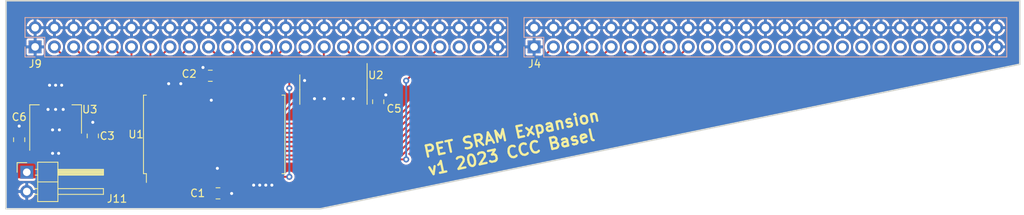
<source format=kicad_pcb>
(kicad_pcb (version 20221018) (generator pcbnew)

  (general
    (thickness 1.6)
  )

  (paper "A4")
  (title_block
    (title "CBM PET SRAM Expansion")
    (date "2023-10-13")
    (rev "1")
    (company "CCC Basel")
  )

  (layers
    (0 "F.Cu" signal)
    (31 "B.Cu" signal)
    (32 "B.Adhes" user "B.Adhesive")
    (33 "F.Adhes" user "F.Adhesive")
    (34 "B.Paste" user)
    (35 "F.Paste" user)
    (36 "B.SilkS" user "B.Silkscreen")
    (37 "F.SilkS" user "F.Silkscreen")
    (38 "B.Mask" user)
    (39 "F.Mask" user)
    (40 "Dwgs.User" user "User.Drawings")
    (41 "Cmts.User" user "User.Comments")
    (42 "Eco1.User" user "User.Eco1")
    (43 "Eco2.User" user "User.Eco2")
    (44 "Edge.Cuts" user)
    (45 "Margin" user)
    (46 "B.CrtYd" user "B.Courtyard")
    (47 "F.CrtYd" user "F.Courtyard")
    (48 "B.Fab" user)
    (49 "F.Fab" user)
    (50 "User.1" user)
    (51 "User.2" user)
    (52 "User.3" user)
    (53 "User.4" user)
    (54 "User.5" user)
    (55 "User.6" user)
    (56 "User.7" user)
    (57 "User.8" user)
    (58 "User.9" user)
  )

  (setup
    (pad_to_mask_clearance 0)
    (pcbplotparams
      (layerselection 0x00010fc_ffffffff)
      (plot_on_all_layers_selection 0x0000000_00000000)
      (disableapertmacros false)
      (usegerberextensions false)
      (usegerberattributes true)
      (usegerberadvancedattributes true)
      (creategerberjobfile true)
      (dashed_line_dash_ratio 12.000000)
      (dashed_line_gap_ratio 3.000000)
      (svgprecision 4)
      (plotframeref false)
      (viasonmask false)
      (mode 1)
      (useauxorigin false)
      (hpglpennumber 1)
      (hpglpenspeed 20)
      (hpglpendiameter 15.000000)
      (dxfpolygonmode true)
      (dxfimperialunits true)
      (dxfusepcbnewfont true)
      (psnegative false)
      (psa4output false)
      (plotreference true)
      (plotvalue true)
      (plotinvisibletext false)
      (sketchpadsonfab false)
      (subtractmaskfromsilk false)
      (outputformat 1)
      (mirror false)
      (drillshape 1)
      (scaleselection 1)
      (outputdirectory "")
    )
  )

  (net 0 "")
  (net 1 "+5V")
  (net 2 "GND")
  (net 3 "/BD0")
  (net 4 "/BD1")
  (net 5 "/BD2")
  (net 6 "/BD3")
  (net 7 "/BD4")
  (net 8 "/BD5")
  (net 9 "/BD6")
  (net 10 "/BD7")
  (net 11 "/~{SEL2}")
  (net 12 "/~{SEL3}")
  (net 13 "/~{SEL4}")
  (net 14 "/~{SEL5}")
  (net 15 "/~{SEL6}")
  (net 16 "/~{SEL7}")
  (net 17 "/~{SEL8}")
  (net 18 "/~{SEL9}")
  (net 19 "/~{SELA}")
  (net 20 "/~{SELB}")
  (net 21 "/~{RESET}")
  (net 22 "/READY")
  (net 23 "/~{NMI}")
  (net 24 "/BA0")
  (net 25 "/BA1")
  (net 26 "unconnected-(U1-DQ8-Pad29)")
  (net 27 "unconnected-(U1-DQ9-Pad30)")
  (net 28 "unconnected-(U1-DQ10-Pad31)")
  (net 29 "unconnected-(U1-DQ11-Pad32)")
  (net 30 "unconnected-(U1-DQ12-Pad35)")
  (net 31 "unconnected-(U1-DQ13-Pad36)")
  (net 32 "unconnected-(U1-DQ14-Pad37)")
  (net 33 "unconnected-(U1-DQ15-Pad38)")
  (net 34 "/BA2")
  (net 35 "/BA3")
  (net 36 "/BA4")
  (net 37 "/BA5")
  (net 38 "/BA6")
  (net 39 "/BA7")
  (net 40 "/BA8")
  (net 41 "/BA9")
  (net 42 "/BA10")
  (net 43 "/BA11")
  (net 44 "/BA12")
  (net 45 "/BA13")
  (net 46 "/BA14")
  (net 47 "/BA15")
  (net 48 "/SYNC")
  (net 49 "/~{IRQ}")
  (net 50 "/CPHI2")
  (net 51 "/BR{slash}W")
  (net 52 "/~{BR{slash}W}")
  (net 53 "Net-(U2-Pad3)")
  (net 54 "unconnected-(U2-Pad8)")
  (net 55 "unconnected-(U2-Pad11)")
  (net 56 "unconnected-(J4-Pin_39-Pad39)")
  (net 57 "unconnected-(J9-Pin_39-Pad39)")
  (net 58 "/~{CE}")
  (net 59 "unconnected-(U1-NC-Pad28)")
  (net 60 "unconnected-(J4-Pin_41-Pad41)")
  (net 61 "unconnected-(J9-Pin_47-Pad47)")
  (net 62 "+9V")

  (footprint "Package_SO:SOIC-14_3.9x8.7mm_P1.27mm" (layer "F.Cu") (at 122.916 81.681 -90))

  (footprint "Capacitor_SMD:C_0805_2012Metric" (layer "F.Cu") (at 106.688 79.85))

  (footprint "Package_SO:TSOP-II-44_10.16x18.41mm_P0.8mm" (layer "F.Cu") (at 107.196 87.597 90))

  (footprint "Capacitor_SMD:C_0805_2012Metric" (layer "F.Cu") (at 91.2 87.8 -90))

  (footprint "Connector_PinHeader_2.54mm:PinHeader_1x02_P2.54mm_Horizontal" (layer "F.Cu") (at 82.5 92.6))

  (footprint "Capacitor_SMD:C_0805_2012Metric" (layer "F.Cu") (at 128.816 83.281 90))

  (footprint "Capacitor_SMD:C_0805_2012Metric" (layer "F.Cu") (at 81.5 88.3 -90))

  (footprint "Package_TO_SOT_SMD:SOT-223-3_TabPin2" (layer "F.Cu") (at 86.3 85.6 90))

  (footprint "Capacitor_SMD:C_0805_2012Metric" (layer "F.Cu") (at 107.7 95.381))

  (footprint "Connector_PinSocket_2.54mm:PinSocket_2x25_P2.54mm_Vertical" (layer "B.Cu") (at 83.6 76.04 -90))

  (footprint "Connector_PinSocket_2.54mm:PinSocket_2x25_P2.54mm_Vertical" (layer "B.Cu") (at 149.36 76.04 -90))

  (gr_poly
    (pts
      (xy 79.764 69.944)
      (xy 79.764 97.424)
      (xy 121.166 97.424)
      (xy 213.368 78.326)
      (xy 213.368 69.944)
    )

    (stroke (width 0.2) (type solid)) (fill none) (layer "Edge.Cuts") (tstamp 0dd3ab04-e666-4b66-af39-8505a82aff56))
  (gr_text "PET SRAM Expansion\nv1 2023 CCC Basel" (at 135.4 93.2 12) (layer "F.SilkS") (tstamp b8bf4f42-fff9-456d-9deb-5c596e5468c6)
    (effects (font (size 1.5 1.5) (thickness 0.3) bold) (justify left bottom))
  )

  (segment (start 107.596 93.1845) (end 107.596 92.101) (width 0.25) (layer "F.Cu") (net 2) (tstamp 07959380-490d-4765-9a05-ef0e1cb91bea))
  (segment (start 112.396 94.296) (end 112.4 94.3) (width 0.25) (layer "F.Cu") (net 2) (tstamp 08807474-e7c1-49a5-9e4e-2508da834623))
  (segment (start 86.3 82.45) (end 85.5 81.65) (width 0.25) (layer "F.Cu") (net 2) (tstamp 16e8bad5-3848-4a45-94c6-1c5b1dd03c33))
  (segment (start 85.5 81.65) (end 85.5 81.1) (width 0.25) (layer "F.Cu") (net 2) (tstamp 171c19a6-1b21-4b33-bd68-07b194de1a05))
  (segment (start 124.186 82.911) (end 124.216 82.881) (width 0.25) (layer "F.Cu") (net 2) (tstamp 29a960df-5589-4216-9900-f0a31336d429))
  (segment (start 119.106 80.471) (end 119.116 80.481) (width 0.25) (layer "F.Cu") (net 2) (tstamp 2ff5594f-6df5-4573-b339-20e17c633283))
  (segment (start 114.796 93.1845) (end 114.796 94.296) (width 0.25) (layer "F.Cu") (net 2) (tstamp 300d12ca-561e-4af3-9893-506c30d6fa73))
  (segment (start 113.196 93.1845) (end 113.196 94.296) (width 0.25) (layer "F.Cu") (net 2) (tstamp 30544b90-3a97-41fa-ae33-814923f48fd7))
  (segment (start 112.396 93.1845) (end 112.396 94.296) (width 0.25) (layer "F.Cu") (net 2) (tstamp 36dd4f9d-3dc1-431c-b278-09680cf23ba0))
  (segment (start 114.796 94.296) (end 114.8 94.3) (width 0.25) (layer "F.Cu") (net 2) (tstamp 37da5288-ae77-4762-b607-1a5cb08f00a1))
  (segment (start 107.596 92.101) (end 107.616 92.081) (width 0.25) (layer "F.Cu") (net 2) (tstamp 43e35823-321c-40fd-a132-c4763f48c677))
  (segment (start 106.796 83.061) (end 106.816 83.081) (width 0.25) (layer "F.Cu") (net 2) (tstamp 491517ac-266f-4813-94f8-4266031cabd3))
  (segment (start 86.3 82.45) (end 87.1 81.65) (width 0.25) (layer "F.Cu") (net 2) (tstamp 4b0ec2b7-0b6c-4c23-923b-f45578036786))
  (segment (start 106.796 80.908) (end 105.738 79.85) (width 0.25) (layer "F.Cu") (net 2) (tstamp 5322286e-3fb8-48aa-87f3-37ffecf8f1c8))
  (segment (start 86.7 89.15) (end 86.7 90.1) (width 0.25) (layer "F.Cu") (net 2) (tstamp 571087c3-7ff3-4180-be53-601c3f17111c))
  (segment (start 91.2 86.85) (end 91.2 86) (width 0.25) (layer "F.Cu") (net 2) (tstamp 58834d88-66b5-41db-87fd-57561fb8b823))
  (segment (start 105.738 78.773) (end 105.7228 78.7578) (width 0.25) (layer "F.Cu") (net 2) (tstamp 5b3ed432-088a-4639-b5de-e63a23b83b21))
  (segment (start 107.596 94.327) (end 108.65 95.381) (width 0.25) (layer "F.Cu") (net 2) (tstamp 633f6438-8126-4b6e-b353-43978233c7e6))
  (segment (start 109.481 95.381) (end 109.5 95.4) (width 0.25) (layer "F.Cu") (net 2) (tstamp 6be50ac6-3ded-4113-a101-734cf6c574f8))
  (segment (start 125.456 82.941) (end 125.516 82.881) (width 0.25) (layer "F.Cu") (net 2) (tstamp 748e5317-0bf7-47f3-b8b2-e61107fa5c5b))
  (segment (start 81.5 87.35) (end 81.5 86.5) (width 0.25) (layer "F.Cu") (net 2) (tstamp 76e154ba-3b04-4333-839f-a9a95ec1ecc2))
  (segment (start 87.1 81.65) (end 87.1 81.1) (width 0.25) (layer "F.Cu") (net 2) (tstamp 7cc2cf63-3728-43de-89f7-25401b18fcfe))
  (segment (start 86.3 88.75) (end 85.9 89.15) (width 0.25) (layer "F.Cu") (net 2) (tstamp 80788db4-7282-47c9-bdc7-421e02076e90))
  (segment (start 120.376 82.921) (end 120.416 82.881) (width 0.25) (layer "F.Cu") (net 2) (tstamp 81f7ecad-2cc9-41f0-abb2-2b174a3612a9))
  (segment (start 108.65 95.381) (end 109.481 95.381) (width 0.25) (layer "F.Cu") (net 2) (tstamp 835b8bab-bb09-4400-a4b2-6a951d5827c2))
  (segment (start 85.9 89.15) (end 85.9 90.1) (width 0.25) (layer "F.Cu") (net 2) (tstamp 86b03c27-09bb-4609-b1de-33ef174fca88))
  (segment (start 105.738 79.85) (end 105.738 78.773) (width 0.25) (layer "F.Cu") (net 2) (tstamp 89fbee2a-e974-4a30-bb85-9e4216371d56))
  (segment (start 120.376 84.156) (end 120.376 82.921) (width 0.25) (layer "F.Cu") (net 2) (tstamp 9568c8d0-1393-40ba-937f-2e18278ee0f7))
  (segment (start 113.196 94.296) (end 113.2 94.3) (width 0.25) (layer "F.Cu") (net 2) (tstamp 9ffd6b9f-62f8-41db-abbb-e28e27464339))
  (segment (start 121.646 84.156) (end 121.646 82.951) (width 0.25) (layer "F.Cu") (net 2) (tstamp a2080f11-3583-41b9-a258-597bcfb5cf0d))
  (segment (start 113.996 94.296) (end 114 94.3) (width 0.25) (layer "F.Cu") (net 2) (tstamp b154d100-b12b-4ff2-a5ef-13289535d0b0))
  (segment (start 125.456 84.156) (end 125.456 82.941) (width 0.25) (layer "F.Cu") (net 2) (tstamp b8ac0e62-2240-4e86-9589-937b1de6d261))
  (segment (start 86.3 82.45) (end 86.3 81.1) (width 0.25) (layer "F.Cu") (net 2) (tstamp c1be0dd7-c97d-43d6-8e56-3d64059eb706))
  (segment (start 129.766 82.331) (end 129.816 82.381) (width 0.25) (layer "F.Cu") (net 2) (tstamp c693dcdd-a6ff-4400-bfc5-2cb99b1855ce))
  (segment (start 128.816 82.331) (end 129.766 82.331) (width 0.25) (layer "F.Cu") (net 2) (tstamp c9edef5f-3cf9-4b17-a072-e649fbf8df41))
  (segment (start 101.196 82.0095) (end 101.196 80.904) (width 0.25) (layer "F.Cu") (net 2) (tstamp cedeb06b-0d89-49a9-adb9-61c74f3a6cef))
  (segment (start 102.796 82.0095) (end 102.796 80.904) (width 0.25) (layer "F.Cu") (net 2) (tstamp e5ccef87-887a-4b5f-85e8-c91e4189455e))
  (segment (start 86.3 88.75) (end 86.7 89.15) (width 0.25) (layer "F.Cu") (net 2) (tstamp e9c80eff-c116-45af-860a-b2130afaedf7))
  (segment (start 102.796 80.904) (end 102.8 80.9) (width 0.25) (layer "F.Cu") (net 2) (tstamp e9fa6882-e9ea-4138-a379-ac69489c90cc))
  (segment (start 121.646 82.951) (end 121.716 82.881) (width 0.25) (layer "F.Cu") (net 2) (tstamp f2921382-567b-4891-b547-0c5da97f9b6a))
  (segment (start 101.196 80.904) (end 101.2 80.9) (width 0.25) (layer "F.Cu") (net 2) (tstamp f7ab5a3f-6be4-4806-a93f-3356db4205db))
  (segment (start 106.796 82.0095) (end 106.796 83.061) (width 0.25) (layer "F.Cu") (net 2) (tstamp f9c3b62e-bb0b-4a09-ab5e-ecccd11b8284))
  (segment (start 124.186 84.156) (end 124.186 82.911) (width 0.25) (layer "F.Cu") (net 2) (tstamp fa1fdcff-3d59-40bc-8ce5-61dd4fa38791))
  (segment (start 119.106 79.206) (end 119.106 80.471) (width 0.25) (layer "F.Cu") (net 2) (tstamp fd1a3163-4363-413a-b41e-7d1f7b0a0151))
  (segment (start 113.996 93.1845) (end 113.996 94.296) (width 0.25) (layer "F.Cu") (net 2) (tstamp fd2846ee-2994-4ede-abc5-a03c8544ddb2))
  (segment (start 107.596 93.1845) (end 107.596 94.327) (width 0.25) (layer "F.Cu") (net 2) (tstamp fde20f7c-b630-429d-90e8-2135506394b9))
  (segment (start 106.796 82.0095) (end 106.796 80.908) (width 0.25) (layer "F.Cu") (net 2) (tstamp fe13fa59-8ce3-4a69-8217-9dff7c558180))
  (via (at 121.716 82.881) (size 0.8) (drill 0.4) (layers "F.Cu" "B.Cu") (net 2) (tstamp 05bf502a-2cdb-4351-b88d-aac75c825689))
  (via (at 125.516 82.881) (size 0.8) (drill 0.4) (layers "F.Cu" "B.Cu") (net 2) (tstamp 068804e1-54e3-4eee-a5b3-917651701cea))
  (via (at 106.816 83.081) (size 0.8) (drill 0.4) (layers "F.Cu" "B.Cu") (net 2) (tstamp 092afaa8-c5c9-43af-a0f1-acbf8f46f1e1))
  (via (at 86.7 90.1) (size 0.8) (drill 0.4) (layers "F.Cu" "B.Cu") (net 2) (tstamp 1f13b74b-3f8b-4304-b8f4-dee52f8eb01f))
  (via (at 119.116 80.481) (size 0.8) (drill 0.4) (layers "F.Cu" "B.Cu") (net 2) (tstamp 20e26e00-8e80-4e3f-8bee-8e2a1ec9ab84))
  (via (at 109.5 95.4) (size 0.8) (drill 0.4) (layers "F.Cu" "B.Cu") (net 2) (tstamp 235ff8a0-cec7-42e7-8807-c16c10710d30))
  (via (at 102.8 80.9) (size 0.8) (drill 0.4) (layers "F.Cu" "B.Cu") (net 2) (tstamp 33b446b6-9a7c-44db-85f8-ca1bd118e005))
  (via (at 87.3 84.3) (size 0.8) (drill 0.4) (layers "F.Cu" "B.Cu") (net 2) (tstamp 39f65fcf-4a35-480a-a602-c08727a1962a))
  (via (at 86.8 87) (size 0.8) (drill 0.4) (layers "F.Cu" "B.Cu") (net 2) (tstamp 3e29629e-694e-4873-a5c9-730d2ea43882))
  (via (at 85.9 90.1) (size 0.8) (drill 0.4) (layers "F.Cu" "B.Cu") (net 2) (tstamp 586f8a65-5f0c-46c0-836f-16da56fb3c78))
  (via (at 87.1 81.1) (size 0.8) (drill 0.4) (layers "F.Cu" "B.Cu") (net 2) (tstamp 67cc8654-a4c3-4d96-9188-80b57085f6ab))
  (via (at 120.416 82.881) (size 0.8) (drill 0.4) (layers "F.Cu" "B.Cu") (net 2) (tstamp 6ba3d67c-fbcc-4fb0-b8f8-f861bb1a1080))
  (via (at 114 94.3) (size 0.8) (drill 0.4) (layers "F.Cu" "B.Cu") (net 2) (tstamp 701c2e3f-5982-4776-bd48-1e88e3aa0fba))
  (via (at 129.816 82.381) (size 0.8) (drill 0.4) (layers "F.Cu" "B.Cu") (net 2) (tstamp 7bf39abf-02b0-448a-b9a1-cd3a31faee15))
  (via (at 91.2 86) (size 0.8) (drill 0.4) (layers "F.Cu" "B.Cu") (net 2) (tstamp 841e2c22-64c6-435d-8fba-6423a1f39ce1))
  (via (at 86.3 84.3) (size 0.8) (drill 0.4) (layers "F.Cu" "B.Cu") (net 2) (tstamp 93198451-24b4-4d31-b249-4a109084a83f))
  (via (at 113.2 94.3) (size 0.8) (drill 0.4) (layers "F.Cu" "B.Cu") (net 2) (tstamp 9774e372-26ea-4de6-bdb3-1eede4602a36))
  (via (at 81.5 86.5) (size 0.8) (drill 0.4) (layers "F.Cu" "B.Cu") (net 2) (tstamp a72557c6-9124-4951-a88f-2f128aaf1f85))
  (via (at 114.8 94.3) (size 0.8) (drill 0.4) (layers "F.Cu" "B.Cu") (net 2) (tstamp a9203227-6232-4df6-abc2-a159a6dcc595))
  (via (at 85.3 84.3) (size 0.8) (drill 0.4) (layers "F.Cu" "B.Cu") (net 2) (tstamp c25dc161-cd35-4736-9016-085c0e23ea01))
  (via (at 107.616 92.081) (size 0.8) (drill 0.4) (layers "F.Cu" "B.Cu") (net 2) (tstamp c318be4b-6d71-4032-83c7-dcf990ed960e))
  (via (at 124.216 82.881) (size 0.8) (drill 0.4) (layers "F.Cu" "B.Cu") (net 2) (tstamp cc9453da-b267-40b4-a368-c621e5521123))
  (via (at 85.9 87) (size 0.8) (drill 0.4) (layers "F.Cu" "B.Cu") (net 2) (tstamp e590ef02-3c25-4e75-8a32-c03d72708145))
  (via (at 86.3 81.1) (size 0.8) (drill 0.4) (layers "F.Cu" "B.Cu") (net 2) (tstamp e5a27227-75b0-4094-a626-e0cba6adc70f))
  (via (at 112.4 94.3) (size 0.8) (drill 0.4) (layers "F.Cu" "B.Cu") (net 2) (tstamp edd92d93-a8ff-4c2f-bec4-673ffa7baaf0))
  (via (at 85.5 81.1) (size 0.8) (drill 0.4) (layers "F.Cu" "B.Cu") (net 2) (tstamp edfb621b-86a5-48bb-8733-4610a17df295))
  (via (at 105.7228 78.7578) (size 0.8) (drill 0.4) (layers "F.Cu" "B.Cu") (net 2) (tstamp efa4ce6e-6701-479c-a243-960bd52bf53b))
  (via (at 101.2 80.9) (size 0.8) (drill 0.4) (layers "F.Cu" "B.Cu") (net 2) (tstamp f1b355b1-8817-4340-b179-f2fac8f93657))
  (segment (start 107.219 86.181) (end 130.519 86.181) (width 0.25) (layer "F.Cu") (net 3) (tstamp 18147e47-1638-4910-b2e7-5859a131598c))
  (segment (start 130.519 86.181) (end 137.13 79.57) (width 0.25) (layer "F.Cu") (net 3) (tstamp 2dc4d6fd-0377-4e5e-aae0-c7c4004804c3))
  (segment (start 103.596 93.1845) (end 103.596 89.804) (width 0.25) (layer "F.Cu") (net 3) (tstamp 361d7eaf-6e3d-4c4d-8685-9ca951028515))
  (segment (start 103.596 89.804) (end 107.219 86.181) (width 0.25) (layer "F.Cu") (net 3) (tstamp 597e25b5-38fe-475b-b603-7ec1696f79f2))
  (segment (start 148.37 79.57) (end 151.9 76.04) (width 0.25) (layer "F.Cu") (net 3) (tstamp 87a2e807-32fe-4915-958b-ae08a26b08d6))
  (segment (start 137.13 79.57) (end 148.37 79.57) (width 0.25) (layer "F.Cu") (net 3) (tstamp bc9dabc6-a9f5-4986-8527-bf12482108bf))
  (segment (start 130.719 86.781) (end 137.36 80.14) (width 0.25) (layer "F.Cu") (net 4) (tstamp 023b3ddc-6877-4355-84e1-1ba74cfbaba0))
  (segment (start 107.419 86.781) (end 130.719 86.781) (width 0.25) (layer "F.Cu") (net 4) (tstamp 0563fe62-bc8d-4009-ace3-fcfb5ca437db))
  (segment (start 104.396 93.1845) (end 104.396 89.804) (width 0.25) (layer "F.Cu") (net 4) (tstamp 2c8c9b1b-fc66-470d-a0d9-0dbb0bcb6ccf))
  (segment (start 150.34 80.14) (end 154.44 76.04) (width 0.25) (layer "F.Cu") (net 4) (tstamp 4d0e05e2-2320-497b-82be-a427522a6acb))
  (segment (start 104.396 89.804) (end 107.419 86.781) (width 0.25) (layer "F.Cu") (net 4) (tstamp 796e1466-f414-463c-b103-8dfebfa36a57))
  (segment (start 137.36 80.14) (end 150.34 80.14) (width 0.25) (layer "F.Cu") (net 4) (tstamp bd146e18-fa93-4771-b4e3-9870a673e085))
  (segment (start 130.919 87.381) (end 137.59 80.71) (width 0.25) (layer "F.Cu") (net 5) (tstamp 1384b2cd-6827-4943-9a5b-4542f9248773))
  (segment (start 137.59 80.71) (end 152.31 80.71) (width 0.25) (layer "F.Cu") (net 5) (tstamp 787b7aa4-95db-4323-8b65-68a872b607e9))
  (segment (start 152.31 80.71) (end 156.98 76.04) (width 0.25) (layer "F.Cu") (net 5) (tstamp 8a14607f-aadd-4f09-9405-b1c4b4ef1062))
  (segment (start 105.196 89.804) (end 107.619 87.381) (width 0.25) (layer "F.Cu") (net 5) (tstamp 978ab5bb-52fd-464c-aeac-7cd30dc3e7b9))
  (segment (start 105.196 93.1845) (end 105.196 89.804) (width 0.25) (layer "F.Cu") (net 5) (tstamp c9fb0c96-4569-44a4-bf26-7e71fb5c3e15))
  (segment (start 107.619 87.381) (end 130.919 87.381) (width 0.25) (layer "F.Cu") (net 5) (tstamp f4a4dd4d-4454-442b-87e9-85b9d625767f))
  (segment (start 107.919 87.981) (end 131.119 87.981) (width 0.25) (layer "F.Cu") (net 6) (tstamp 56f1dde9-f9dd-4a85-a345-2951cffbc7e0))
  (segment (start 137.82 81.28) (end 154.28 81.28) (width 0.25) (layer "F.Cu") (net 6) (tstamp 6135f3e1-2135-4127-8171-692d147fe538))
  (segment (start 154.28 81.28) (end 159.52 76.04) (width 0.25) (layer "F.Cu") (net 6) (tstamp 7d006273-e980-4056-b71d-d1f41b07bd1b))
  (segment (start 105.996 93.1845) (end 105.996 89.904) (width 0.25) (layer "F.Cu") (net 6) (tstamp 84b5046c-6e5b-42a3-8259-ecc474aff9ab))
  (segment (start 131.119 87.981) (end 137.82 81.28) (width 0.25) (layer "F.Cu") (net 6) (tstamp 881d94d5-40a0-403d-b186-d96b2141b65f))
  (segment (start 105.996 89.904) (end 107.919 87.981) (width 0.25) (layer "F.Cu") (net 6) (tstamp a27119d5-fa98-437a-b579-3e9f9925c6e5))
  (segment (start 112.116 88.581) (end 131.319 88.581) (width 0.25) (layer "F.Cu") (net 7) (tstamp 1322d8bd-8755-4a86-931b-3ba6fc2ea006))
  (segment (start 108.396 93.1845) (end 108.396 92.301) (width 0.25) (layer "F.Cu") (net 7) (tstamp 32ba48e8-8998-47b8-ae31-bc7808c4fb39))
  (segment (start 156.25 81.85) (end 162.06 76.04) (width 0.25) (layer "F.Cu") (net 7) (tstamp 5b54ca1a-6294-42b3-84c1-1e6927d5779d))
  (segment (start 138.05 81.85) (end 156.25 81.85) (width 0.25) (layer "F.Cu") (net 7) (tstamp 7b48db21-e9d8-4530-b3a6-b1b1c982a727))
  (segment (start 108.396 92.301) (end 112.116 88.581) (width 0.25) (layer "F.Cu") (net 7) (tstamp 7be557da-cc4d-4b7c-b1cc-05cd260654fd))
  (segment (start 131.319 88.581) (end 138.05 81.85) (width 0.25) (layer "F.Cu") (net 7) (tstamp a5ad80ca-bdce-4b2b-b8df-8093533cae70))
  (segment (start 112.316 89.181) (end 131.519 89.181) (width 0.25) (layer "F.Cu") (net 8) (tstamp 0821a9e0-88da-4847-92b3-20ec48e9bd43))
  (segment (start 131.519 89.181) (end 138.28 82.42) (width 0.25) (layer "F.Cu") (net 8) (tstamp 1475a68b-a42e-4ad1-87b3-6f0327f91d19))
  (segment (start 158.22 82.42) (end 164.6 76.04) (width 0.25) (layer "F.Cu") (net 8) (tstamp 2ac2f5a1-7352-4372-b750-62428e67d914))
  (segment (start 109.196 92.301) (end 112.316 89.181) (width 0.25) (layer "F.Cu") (net 8) (tstamp 9a9e3e46-36bf-42bc-8ad5-c8ef0865b384))
  (segment (start 138.28 82.42) (end 158.22 82.42) (width 0.25) (layer "F.Cu") (net 8) (tstamp b6da5d7f-bde6-41ff-8fc6-c8cb877db8c4))
  (segment (start 109.196 93.1845) (end 109.196 92.301) (width 0.25) (layer "F.Cu") (net 8) (tstamp c10e3e0b-7ea7-46d0-9c07-305025a56c85))
  (segment (start 109.996 93.1845) (end 109.996 92.301) (width 0.25) (layer "F.Cu") (net 9) (tstamp 0b3c807b-bb80-44cc-a176-47af1002e37e))
  (segment (start 160.19 82.99) (end 167.14 76.04) (width 0.25) (layer "F.Cu") (net 9) (tstamp 49fe347d-c47e-483a-b075-28737c4c4641))
  (segment (start 138.51 82.99) (end 160.19 82.99) (width 0.25) (layer "F.Cu") (net 9) (tstamp 513634e4-e987-4a9e-96d7-af306ee950d1))
  (segment (start 112.516 89.781) (end 131.719 89.781) (width 0.25) (layer "F.Cu") (net 9) (tstamp a0b2dc55-c48d-4f05-9c04-6f8a0556b628))
  (segment (start 131.719 89.781) (end 138.51 82.99) (width 0.25) (layer "F.Cu") (net 9) (tstamp d0d21bcc-193d-4aac-b826-3ce641d9cf67))
  (segment (start 109.996 92.301) (end 112.516 89.781) (width 0.25) (layer "F.Cu") (net 9) (tstamp d9463191-09b6-4448-a8a0-c7e5d01e3aed))
  (segment (start 138.74 83.56) (end 162.16 83.56) (width 0.25) (layer "F.Cu") (net 10) (tstamp 10d08d97-7fbe-4e30-a811-4cfb8313a4ea))
  (segment (start 110.796 92.301) (end 112.716 90.381) (width 0.25) (layer "F.Cu") (net 10) (tstamp 16976f6c-8db7-4c5a-a76f-1623f51e0314))
  (segment (start 131.919 90.381) (end 138.74 83.56) (width 0.25) (layer "F.Cu") (net 10) (tstamp 1edab49f-5b88-409a-ba4b-4142b09e2867))
  (segment (start 162.16 83.56) (end 169.68 76.04) (width 0.25) (layer "F.Cu") (net 10) (tstamp 6b8de061-b08d-42bc-9c1b-b59b59ee22c6))
  (segment (start 112.716 90.381) (end 131.919 90.381) (width 0.25) (layer "F.Cu") (net 10) (tstamp a84cdfdd-d71b-4769-84a6-1acb3eeceb01))
  (segment (start 110.796 93.1845) (end 110.796 92.301) (width 0.25) (layer "F.Cu") (net 10) (tstamp e6e570c3-d441-4791-a1f5-e43fc2c5c01e))
  (segment (start 94 83.9) (end 86.14 76.04) (width 0.25) (layer "F.Cu") (net 24) (tstamp 2158f3aa-6b59-4bbd-bd81-a2f4ca15d7af))
  (segment (start 99.9 96) (end 97.4 96) (width 0.25) (layer "F.Cu") (net 24) (tstamp 93b542e5-b540-417a-81b8-38483b5b5c02))
  (segment (start 101.996 93.904) (end 99.9 96) (width 0.25) (layer "F.Cu") (net 24) (tstamp a14c1f3d-82ec-4bf2-a804-520dcdf56ded))
  (segment (start 101.996 93.1845) (end 101.996 93.904) (width 0.25) (layer "F.Cu") (net 24) (tstamp bd392822-0bb3-4054-a39e-3364d9b5c783))
  (segment (start 97.4 96) (end 94 92.6) (width 0.25) (layer "F.Cu") (net 24) (tstamp ee3f8cce-09f3-4620-8d8f-5f3304f26f88))
  (segment (start 94 92.6) (end 94 83.9) (width 0.25) (layer "F.Cu") (net 24) (tstamp f8de9e23-b9db-4844-9c77-d4d2e41c03d5))
  (segment (start 94.5 92.4) (end 94.5 81.86) (width 0.25) (layer "F.Cu") (net 25) (tstamp 937ed2d5-94b3-46f9-a49e-50859c5b6fd0))
  (segment (start 99.7 95.5) (end 97.6 95.5) (width 0.25) (layer "F.Cu") (net 25) (tstamp 9d27d0a1-0cf9-4258-8aa3-c3edf3884432))
  (segment (start 94.5 81.86) (end 88.68 76.04) (width 0.25) (layer "F.Cu") (net 25) (tstamp b86101ad-553e-4caf-88bf-7d5536783fff))
  (segment (start 101.196 94.004) (end 99.7 95.5) (width 0.25) (layer "F.Cu") (net 25) (tstamp bb43f4d9-b98a-4c5f-b99c-49fa12ea6192))
  (segment (start 101.196 93.1845) (end 101.196 94.004) (width 0.25) (layer "F.Cu") (net 25) (tstamp f168a2a8-1b89-4ada-addc-1cc429e76dd8))
  (segment (start 97.6 95.5) (end 94.5 92.4) (width 0.25) (layer "F.Cu") (net 25) (tstamp f4523f27-55b7-43f3-b57d-e2a4dd29aa91))
  (segment (start 97.9 95) (end 95.1 92.2) (width 0.25) (layer "F.Cu") (net 34) (tstamp 2096405e-faf5-47f3-af2d-905c620c2406))
  (segment (start 100.396 94.104) (end 99.5 95) (width 0.25) (layer "F.Cu") (net 34) (tstamp 395000c7-887a-4874-865f-1bd861bd4f91))
  (segment (start 100.396 93.1845) (end 100.396 94.104) (width 0.25) (layer "F.Cu") (net 34) (tstamp 40c9daf0-f921-4faa-9e7b-a178736c1408))
  (segment (start 99.5 95) (end 97.9 95) (width 0.25) (layer "F.Cu") (net 34) (tstamp 45d835cd-c2d8-4fe6-9e89-fab563983713))
  (segment (start 95.1 79.92) (end 91.22 76.04) (width 0.25) (layer "F.Cu") (net 34) (tstamp 55dc35e0-c452-42a3-97ac-f63ed1a7a2ef))
  (segment (start 95.1 92.2) (end 95.1 79.92) (width 0.25) (layer "F.Cu") (net 34) (tstamp f4978517-aecb-4892-b5b6-87115f24498a))
  (segment (start 95.7 92) (end 95.7 77.98) (width 0.25) (layer "F.Cu") (net 35) (tstamp 33f16896-c8ce-423b-996d-c3e76cba8150))
  (segment (start 99.596 94.104) (end 99.2 94.5) (width 0.25) (layer "F.Cu") (net 35) (tstamp 4b7c3cae-c07d-4a6d-9dc2-3cddb0d965d2))
  (segment (start 95.7 77.98) (end 93.76 76.04) (width 0.25) (layer "F.Cu") (net 35) (tstamp 572742ca-8bd6-488c-b1c5-ec719b45bdba))
  (segment (start 99.2 94.5) (end 98.2 94.5) (width 0.25) (layer "F.Cu") (net 35) (tstamp 6c88890f-8b40-4641-b5c3-ba76d54f2013))
  (segment (start 99.596 93.1845) (end 99.596 94.104) (width 0.25) (layer "F.Cu") (net 35) (tstamp b9568e92-6878-4611-be3a-eac6de761b11))
  (segment (start 98.2 94.5) (end 95.7 92) (width 0.25) (layer "F.Cu") (net 35) (tstamp f65ea9c8-3da4-4e37-a8c9-40c8d08bae66))
  (segment (start 96.3 91.7886) (end 97.6959 93.1845) (width 0.25) (layer "F.Cu") (net 36) (tstamp 0216bb6a-0385-479a-9a7a-50282f1cb172))
  (segment (start 97.6959 93.1845) (end 98.796 93.1845) (width 0.25) (layer "F.Cu") (net 36) (tstamp 3df4ffa7-b5a5-4772-bbe7-51d788f0acfe))
  (segment (start 96.3 76.04) (end 96.3 91.7886) (width 0.25) (layer "F.Cu") (net 36) (tstamp 5282b8c2-a763-4e81-a3e0-6fca4685a9e7))
  (segment (start 98.796 76.084) (end 98.84 76.04) (width 0.25) (layer "F.Cu") (net 37) (tstamp 53207e12-9343-49f4-930b-bb2b7df12dbb))
  (segment (start 98.796 82.0095) (end 98.796 76.084) (width 0.25) (layer "F.Cu") (net 37) (tstamp 7f75cb6d-44f0-442e-a3ae-2376b716be5a))
  (segment (start 99.596 77.824) (end 101.38 76.04) (width 0.25) (layer "F.Cu") (net 38) (tstamp 649a7ece-5375-4ecc-9f78-ea0716104b11))
  (segment (start 99.596 82.0095) (end 99.596 77.824) (width 0.25) (layer "F.Cu") (net 38) (tstamp c12c0dcf-e965-4551-a44b-0ed562e9530c))
  (segment (start 100.396 82.0095) (end 100.396 79.564) (width 0.25) (layer "F.Cu") (net 39) (tstamp 26b9adec-8108-4e7c-b07e-791182c70f29))
  (segment (start 100.396 79.564) (end 103.92 76.04) (width 0.25) (layer "F.Cu") (net 39) (tstamp 88cd78fa-9fa7-4ccc-967f-9ed1040f407b))
  (segment (start 107.9075 77.4875) (end 106.46 76.04) (width 0.25) (layer "F.Cu") (net 40) (tstamp 73276e4f-527c-4faf-8611-65907a9efd4a))
  (segment (start 112.396 82.0095) (end 112.396 80.986) (width 0.25) (layer "F.Cu") (net 40) (tstamp 8b5c0527-1242-4ada-9981-6247682b07d2))
  (segment (start 112.396 80.986) (end 108.8975 77.4875) (width 0.25) (layer "F.Cu") (net 40) (tstamp 8efed8c9-724a-4f57-8f4a-2741ab69b535))
  (segment (start 108.8975 77.4875) (end 107.9075 77.4875) (width 0.25) (layer "F.Cu") (net 40) (tstamp a050e418-0c91-47c6-8b9d-e56fa75c94cc))
  (segment (start 113.196 82.0095) (end 113.196 80.236) (width 0.25) (layer "F.Cu") (net 41) (tstamp d67f705f-f534-482d-8580-135a0d98e5d0))
  (segment (start 113.196 80.236) (end 109 76.04) (width 0.25) (layer "F.Cu") (net 41) (tstamp fca5fcec-f030-47e9-a5ec-46f8ff01d8d9))
  (segment (start 113.996 78.496) (end 111.54 76.04) (width 0.25) (layer "F.Cu") (net 42) (tstamp 07ba3c6b-bec3-4a5b-a612-267df0f6d1f9))
  (segment (start 113.996 82.0095) (end 113.996 78.496) (width 0.25) (layer "F.Cu") (net 42) (tstamp d2062e01-7fa1-4911-8717-c1e7d8aa3758))
  (segment (start 114.796 82.0095) (end 114.796 76.756) (width 0.25) (layer "F.Cu") (net 43) (tstamp 472eb010-a0e0-48ae-8aac-83805967bd7e))
  (segment (start 114.796 76.756) (end 114.08 76.04) (width 0.25) (layer "F.Cu") (net 43) (tstamp b8ef2ac9-29fe-44e8-8d0d-ce41caaf5fe6))
  (segment (start 115.596 77.064) (end 116.62 76.04) (width 0.25) (layer "F.Cu") (net 44) (tstamp 28347a68-1185-4082-a09c-43244a2c6f56))
  (segment (start 115.596 82.0095) (end 115.596 77.064) (width 0.25) (layer "F.Cu") (net 44) (tstamp 9a172182-6cd8-4460-b12f-c554c984db6f))
  (segment (start 115.6115 93.2) (end 117.1 93.2) (width 0.25) (layer "F.Cu") (net 45) (tstamp 10dd8dcb-5837-47cb-a6d0-b5d867e437c2))
  (segment (start 117.1 78.1) (end 119.16 76.04) (width 0.25) (layer "F.Cu") (net 45) (tstamp 11307310-66d6-4f9a-9d27-ad629012b7bf))
  (segment (start 117.1 81.5) (end 117.1 78.1) (width 0.25) (layer "F.Cu") (net 45) (tstamp 44c1a3a2-4d55-413c-a4ae-0ac7eb02774e))
  (segment (start 115.596 93.1845) (end 115.6115 93.2) (width 0.25) (layer "F.Cu") (net 45) (tstamp a551bddd-9b38-403a-9678-8f4e911551ae))
  (via (at 117.1 81.5) (size 0.8) (drill 0.4) (layers "F.Cu" "B.Cu") (net 45) (tstamp 4ec8c8db-c0cb-4594-8768-fb1b58b57596))
  (via (at 117.1 93.2) (size 0.8) (drill 0.4) (layers "F.Cu" "B.Cu") (net 45) (tstamp c45010ca-3029-4917-a66a-987f01d8bda0))
  (segment (start 117.1 93.2) (end 117.1 81.5) (width 0.25) (layer "B.Cu") (net 45) (tstamp 203021aa-baa3-4e25-9fac-c1cce3a91585))
  (segment (start 121.646 79.206) (end 121.646 76.094) (width 0.25) (layer "F.Cu") (net 46) (tstamp 511c6955-04ed-4b36-b33b-5186801f2e77))
  (segment (start 121.646 76.094) (end 121.7 76.04) (width 0.25) (layer "F.Cu") (net 46) (tstamp e35b22d3-4413-4b3e-8380-3ff4d7654e0b))
  (segment (start 125.456 77.256) (end 124.24 76.04) (width 0.25) (layer "F.Cu") (net 47) (tstamp 21ff8525-6e2d-4d2f-9b39-48527ec15f2b))
  (segment (start 126.726 79.206) (end 125.456 79.206) (width 0.25) (layer "F.Cu") (net 47) (tstamp ad5c9e23-9a70-489e-80ac-bcd3b33cf1b6))
  (segment (start 125.456 79.206) (end 125.456 77.256) (width 0.25) (layer "F.Cu") (net 47) (tstamp cf76cd5e-2616-4ca5-b67f-8891486353b3))
  (segment (start 111.596 93.1845) (end 111.596 92.304) (width 0.25) (layer "F.Cu") (net 51) (tstamp 26e42cd9-a700-499d-aeaa-2d13e1e3448d))
  (segment (start 111.596 92.304) (end 113 90.9) (width 0.25) (layer "F.Cu") (net 51) (tstamp 728cafce-876d-4e3b-834c-263997ca1d4f))
  (segment (start 132.5 80.48) (end 132.5 80.5) (width 0.25) (layer "F.Cu") (net 51) (tstamp b0aeecfa-1cc1-42d0-ad6f-1ff4164ccc66))
  (segment (start 136.94 76.04) (end 132.5 80.48) (width 0.25) (layer "F.Cu") (net 51) (tstamp d64ec4ac-5b47-4418-9732-a4e2ffed0872))
  (segment (start 113 90.9) (end 132.5 90.9) (width 0.25) (layer "F.Cu") (net 51) (tstamp defd443c-3eb2-4f06-9217-93342518dc16))
  (via (at 132.5 90.9) (size 0.8) (drill 0.4) (layers "F.Cu" "B.Cu") (net 51) (tstamp 90eb3841-8156-48da-862e-d6456645aa48))
  (via (at 132.5 80.5) (size 0.8) (drill 0.4) (layers "F.Cu" "B.Cu") (net 51) (tstamp b2cf2951-926c-4460-bc60-a440f6bbaa33))
  (segment (start 132.5 90.9) (end 132.5 80.5) (width 0.25) (layer "B.Cu") (net 51) (tstamp c8eede8c-7dbd-4326-bbdd-c02fb339b3b9))
  (segment (start 124.186 79.206) (end 122.916 79.206) (width 0.25) (layer "F.Cu") (net 53) (tstamp 8a5a02a7-0262-4bb3-877d-e844e90b7daf))
  (segment (start 107.019 85.581) (end 115.416 85.581) (width 0.25) (layer "F.Cu") (net 58) (tstamp 32d3b1e4-baa0-4d72-b694-0a9b0b03fc70))
  (segment (start 115.416 85.581) (end 120.376 80.621) (width 0.25) (layer "F.Cu") (net 58) (tstamp 75b7c64a-f54b-47bd-8dfe-de32e1adf01f))
  (segment (start 102.796 89.804) (end 107.019 85.581) (width 0.25) (layer "F.Cu") (net 58) (tstamp 7852efab-6796-40d8-b108-4760280cb099))
  (segment (start 102.796 93.1845) (end 102.796 89.804) (width 0.25) (layer "F.Cu") (net 58) (tstamp db65e1d1-96f8-44f6-81c4-51c49bba6150))
  (segment (start 120.376 80.621) (end 120.376 79.206) (width 0.25) (layer "F.Cu") (net 58) (tstamp f2707887-f326-48a4-af75-dee4f8f6c796))

  (zone (net 1) (net_name "+5V") (layer "F.Cu") (tstamp 28ff3e11-f060-4459-a227-48c70b8cedca) (hatch edge 0.5)
    (connect_pads (clearance 0.3))
    (min_thickness 0.2) (filled_areas_thickness no)
    (fill yes (thermal_gap 0.4) (thermal_bridge_width 0.4))
    (polygon
      (pts
        (xy 79.764 97.424)
        (xy 213.368 97.424)
        (xy 213.368 69.944)
        (xy 79.764 69.944)
      )
    )
    (filled_polygon
      (layer "F.Cu")
      (pts
        (xy 213.326691 69.963407)
        (xy 213.362655 70.012907)
        (xy 213.3675 70.0435)
        (xy 213.367499 78.244996)
        (xy 213.348592 78.303187)
        (xy 213.299092 78.339151)
        (xy 213.288579 78.341938)
        (xy 127.749714 96.05979)
        (xy 125.595496 96.505998)
        (xy 121.175883 97.421442)
        (xy 121.155803 97.4235)
        (xy 79.8635 97.4235)
        (xy 79.805309 97.404593)
        (xy 79.769345 97.355093)
        (xy 79.7645 97.3245)
        (xy 79.7645 95.14)
        (xy 81.344571 95.14)
        (xy 81.364244 95.35231)
        (xy 81.422595 95.557389)
        (xy 81.517634 95.748255)
        (xy 81.646128 95.918407)
        (xy 81.690096 95.958489)
        (xy 81.803692 96.062047)
        (xy 81.803699 96.062053)
        (xy 81.858681 96.096096)
        (xy 81.984981 96.174298)
        (xy 82.183802 96.251321)
        (xy 82.39339 96.2905)
        (xy 82.60661 96.2905)
        (xy 82.816198 96.251321)
        (xy 83.015019 96.174298)
        (xy 83.196302 96.062052)
        (xy 83.353872 95.918407)
        (xy 83.482366 95.748255)
        (xy 83.577405 95.557389)
        (xy 83.635756 95.35231)
        (xy 83.655429 95.14)
        (xy 83.635756 94.92769)
        (xy 83.577405 94.722611)
        (xy 83.482366 94.531745)
        (xy 83.353872 94.361593)
        (xy 83.24817 94.265232)
        (xy 83.196307 94.217952)
        (xy 83.1963 94.217946)
        (xy 83.015024 94.105705)
        (xy 83.015019 94.105702)
        (xy 82.816195 94.028678)
        (xy 82.60661 93.9895)
        (xy 82.39339 93.9895)
        (xy 82.183804 94.028678)
        (xy 81.98498 94.105702)
        (xy 81.984975 94.105705)
        (xy 81.803699 94.217946)
        (xy 81.803692 94.217952)
        (xy 81.646135 94.361586)
        (xy 81.646131 94.361589)
        (xy 81.646128 94.361593)
        (xy 81.646124 94.361597)
        (xy 81.646125 94.361597)
        (xy 81.517635 94.531743)
        (xy 81.51763 94.531752)
        (xy 81.422596 94.722608)
        (xy 81.364244 94.927688)
        (xy 81.34572 95.1276)
        (xy 81.344571 95.14)
        (xy 79.7645 95.14)
        (xy 79.7645 89.543106)
        (xy 80.4745 89.543106)
        (xy 80.485123 89.631564)
        (xy 80.487597 89.637837)
        (xy 80.4945 89.674156)
        (xy 80.4945 93.301)
        (xy 80.498261 93.348785)
        (xy 80.498261 93.348787)
        (xy 80.503104 93.379371)
        (xy 80.503104 93.37937)
        (xy 80.509512 93.409752)
        (xy 80.509514 93.409757)
        (xy 80.557689 93.511158)
        (xy 80.557695 93.511168)
        (xy 80.587488 93.552175)
        (xy 80.593655 93.560662)
        (xy 80.636876 93.606348)
        (xy 80.647824 93.61792)
        (xy 80.746401 93.671639)
        (xy 80.746403 93.67164)
        (xy 80.804596 93.690548)
        (xy 80.804593 93.690548)
        (xy 80.898997 93.7055)
        (xy 80.899 93.7055)
        (xy 81.463811 93.7055)
        (xy 81.503798 93.713935)
        (xy 81.519043 93.720666)
        (xy 81.580009 93.747585)
        (xy 81.605135 93.7505)
        (xy 83.394864 93.750499)
        (xy 83.419991 93.747585)
        (xy 83.496201 93.713934)
        (xy 83.536189 93.7055)
        (xy 84.700996 93.7055)
        (xy 84.701 93.7055)
        (xy 84.748786 93.701739)
        (xy 84.748787 93.701739)
        (xy 84.779371 93.696896)
        (xy 84.77937 93.696896)
        (xy 84.785268 93.695651)
        (xy 84.809754 93.690487)
        (xy 84.911162 93.642309)
        (xy 84.960662 93.606345)
        (xy 85.017919 93.552177)
        (xy 85.071641 93.453594)
        (xy 85.090548 93.395403)
        (xy 85.093087 93.379371)
        (xy 85.1055 93.301003)
        (xy 85.1055 90.499804)
        (xy 85.124407 90.441613)
        (xy 85.173907 90.405649)
        (xy 85.235093 90.405649)
        (xy 85.284593 90.441613)
        (xy 85.285975 90.443566)
        (xy 85.371813 90.567924)
        (xy 85.371816 90.567927)
        (xy 85.371817 90.567929)
        (xy 85.499148 90.680734)
        (xy 85.649775 90.75979)
        (xy 85.814944 90.8005)
        (xy 85.814947 90.8005)
        (xy 85.985053 90.8005)
        (xy 85.985056 90.8005)
        (xy 86.150225 90.75979)
        (xy 86.253992 90.705327)
        (xy 86.314302 90.695027)
        (xy 86.346006 90.705327)
        (xy 86.449775 90.75979)
        (xy 86.614944 90.8005)
        (xy 86.614947 90.8005)
        (xy 86.785053 90.8005)
        (xy 86.785056 90.8005)
        (xy 86.950225 90.75979)
        (xy 87.100852 90.680734)
        (xy 87.228183 90.567929)
        (xy 87.324818 90.42793)
        (xy 87.347017 90.369392)
        (xy 87.385331 90.32169)
        (xy 87.439584 90.3055)
        (xy 87.483844 90.3055)
        (xy 87.483845 90.3055)
        (xy 87.491607 90.305303)
        (xy 87.505529 90.304594)
        (xy 87.613406 90.278959)
        (xy 87.669378 90.254245)
        (xy 87.736771 90.213373)
        (xy 87.761785 90.184356)
        (xy 87.814099 90.152629)
        (xy 87.836767 90.149999)
        (xy 88.399999 90.149999)
        (xy 88.4 90.149998)
        (xy 88.4 88.95)
        (xy 88.8 88.95)
        (xy 88.8 90.149998)
        (xy 88.800001 90.149999)
        (xy 89.381483 90.149999)
        (xy 89.381485 90.149998)
        (xy 89.475141 90.135166)
        (xy 89.475151 90.135163)
        (xy 89.588043 90.077641)
        (xy 89.677641 89.988043)
        (xy 89.735163 89.875151)
        (xy 89.735164 89.875147)
        (xy 89.75 89.781484)
        (xy 89.75 89.065638)
        (xy 90.075 89.065638)
        (xy 90.077899 89.102489)
        (xy 90.123719 89.2602)
        (xy 90.123719 89.260201)
        (xy 90.207314 89.401552)
        (xy 90.323447 89.517685)
        (xy 90.464799 89.60128)
        (xy 90.62251 89.6471)
        (xy 90.659362 89.65)
        (xy 90.999999 89.65)
        (xy 91 89.649999)
        (xy 91.4 89.649999)
        (xy 91.400001 89.65)
        (xy 91.740638 89.65)
        (xy 91.777489 89.6471)
        (xy 91.9352 89.60128)
        (xy 91.935201 89.60128)
        (xy 92.076552 89.517685)
        (xy 92.192685 89.401552)
        (xy 92.27628 89.260201)
        (xy 92.27628 89.2602)
        (xy 92.3221 89.102489)
        (xy 92.325 89.065638)
        (xy 92.325 88.95)
        (xy 91.400001 88.95)
        (xy 91.4 88.950001)
        (xy 91.4 89.649999)
        (xy 91 89.649999)
        (xy 91 88.950001)
        (xy 90.999999 88.95)
        (xy 90.075001 88.95)
        (xy 90.075 88.950001)
        (xy 90.075 89.065638)
        (xy 89.75 89.065638)
        (xy 89.75 88.950001)
        (xy 89.749999 88.95)
        (xy 88.8 88.95)
        (xy 88.4 88.95)
        (xy 88.4 88.649)
        (xy 88.418907 88.590809)
        (xy 88.468407 88.554845)
        (xy 88.499 88.55)
        (xy 89.749998 88.55)
        (xy 89.749999 88.549999)
        (xy 90.075 88.549999)
        (xy 90.075001 88.55)
        (xy 90.999999 88.55)
        (xy 91 88.549999)
        (xy 91.4 88.549999)
        (xy 91.400001 88.55)
        (xy 92.324999 88.55)
        (xy 92.325 88.549999)
        (xy 92.325 88.434362)
        (xy 92.3221 88.39751)
        (xy 92.27628 88.239799)
        (xy 92.27628 88.239798)
        (xy 92.192685 88.098447)
        (xy 92.076552 87.982314)
        (xy 91.9352 87.898719)
        (xy 91.777489 87.852899)
        (xy 91.740638 87.85)
        (xy 91.400001 87.85)
        (xy 91.4 87.850001)
        (xy 91.4 88.549999)
        (xy 91 88.549999)
        (xy 91 87.850001)
        (xy 90.999999 87.85)
        (xy 90.659362 87.85)
        (xy 90.62251 87.852899)
        (xy 90.464799 87.898719)
        (xy 90.464798 87.898719)
        (xy 90.323447 87.982314)
        (xy 90.207314 88.098447)
        (xy 90.123719 88.239798)
        (xy 90.123719 88.239799)
        (xy 90.077899 88.39751)
        (xy 90.075 88.434362)
        (xy 90.075 88.549999)
        (xy 89.749999 88.549999)
        (xy 89.749999 87.718516)
        (xy 89.749998 87.718514)
        (xy 89.735166 87.624858)
        (xy 89.735163 87.624848)
        (xy 89.677641 87.511956)
        (xy 89.588043 87.422358)
        (xy 89.475151 87.364836)
        (xy 89.475147 87.364835)
        (xy 89.381484 87.35)
        (xy 88.904499 87.35)
        (xy 88.846308 87.331093)
        (xy 88.810344 87.281593)
        (xy 88.805499 87.251)
        (xy 88.805499 87.143106)
        (xy 90.1745 87.143106)
        (xy 90.185123 87.231565)
        (xy 90.240637 87.372339)
        (xy 90.240638 87.372341)
        (xy 90.240639 87.372342)
        (xy 90.332078 87.492922)
        (xy 90.452658 87.584361)
        (xy 90.452659 87.584361)
        (xy 90.45266 87.584362)
        (xy 90.496568 87.601677)
        (xy 90.593436 87.639877)
        (xy 90.681898 87.6505)
        (xy 90.6819 87.6505)
        (xy 91.7181 87.6505)
        (xy 91.718102 87.6505)
        (xy 91.806564 87.639877)
        (xy 91.947342 87.584361)
        (xy 92.067922 87.492922)
        (xy 92.159361 87.372342)
        (xy 92.214877 87.231564)
        (xy 92.2255 87.143102)
        (xy 92.2255 86.556898)
        (xy 92.214877 86.468436)
        (xy 92.16073 86.331129)
        (xy 92.159362 86.32766)
        (xy 92.159361 86.327659)
        (xy 92.159361 86.327658)
        (xy 92.067922 86.207078)
        (xy 91.947342 86.115639)
        (xy 91.947341 86.115638)
        (xy 91.941947 86.111548)
        (xy 91.943893 86.108981)
        (xy 91.911456 86.073777)
        (xy 91.90315 86.020541)
        (xy 91.905645 86)
        (xy 91.88514 85.831128)
        (xy 91.824818 85.67207)
        (xy 91.728183 85.532071)
        (xy 91.600852 85.419266)
        (xy 91.450225 85.34021)
        (xy 91.450224 85.340209)
        (xy 91.450223 85.340209)
        (xy 91.285058 85.2995)
        (xy 91.285056 85.2995)
        (xy 91.114944 85.2995)
        (xy 91.114941 85.2995)
        (xy 90.949776 85.340209)
        (xy 90.799146 85.419267)
        (xy 90.671818 85.532069)
        (xy 90.671816 85.532072)
        (xy 90.575182 85.67207)
        (xy 90.51486 85.831129)
        (xy 90.494355 85.999997)
        (xy 90.494355 86.000001)
        (xy 90.496849 86.020541)
        (xy 90.485094 86.080586)
        (xy 90.456435 86.109414)
        (xy 90.458053 86.111548)
        (xy 90.332081 86.207075)
        (xy 90.332075 86.207081)
        (xy 90.24064 86.327656)
        (xy 90.240637 86.32766)
        (xy 90.185123 86.468434)
        (xy 90.1745 86.556893)
        (xy 90.1745 87.143106)
        (xy 88.805499 87.143106)
        (xy 88.8055 81.299004)
        (xy 88.805499 81.298996)
        (xy 88.801739 81.251214)
        (xy 88.798052 81.22793)
        (xy 88.796896 81.220629)
        (xy 88.796896 81.22063)
        (xy 88.790487 81.190247)
        (xy 88.790485 81.190242)
        (xy 88.781852 81.17207)
        (xy 88.742309 81.088838)
        (xy 88.71604 81.052682)
        (xy 88.706348 81.039342)
        (xy 88.706347 81.039341)
        (xy 88.706345 81.039338)
        (xy 88.652177 80.982081)
        (xy 88.652176 80.98208)
        (xy 88.652175 80.982079)
        (xy 88.553598 80.92836)
        (xy 88.553596 80.928359)
        (xy 88.495403 80.909451)
        (xy 88.495406 80.909451)
        (xy 88.401003 80.8945)
        (xy 88.401 80.8945)
        (xy 87.839584 80.8945)
        (xy 87.781393 80.875593)
        (xy 87.747017 80.830607)
        (xy 87.724818 80.77207)
        (xy 87.712429 80.754122)
        (xy 87.66706 80.688394)
        (xy 87.628183 80.632071)
        (xy 87.500852 80.519266)
        (xy 87.350225 80.44021)
        (xy 87.350224 80.440209)
        (xy 87.350223 80.440209)
        (xy 87.185058 80.3995)
        (xy 87.185056 80.3995)
        (xy 87.014944 80.3995)
        (xy 87.014941 80.3995)
        (xy 86.849774 80.44021)
        (xy 86.849773 80.44021)
        (xy 86.746007 80.494671)
        (xy 86.685695 80.504972)
        (xy 86.653993 80.494671)
        (xy 86.550226 80.44021)
        (xy 86.385058 80.3995)
        (xy 86.385056 80.3995)
        (xy 86.214944 80.3995)
        (xy 86.214941 80.3995)
        (xy 86.049774 80.44021)
        (xy 86.049773 80.44021)
        (xy 85.946007 80.494671)
        (xy 85.885695 80.504972)
        (xy 85.853993 80.494671)
        (xy 85.750226 80.44021)
        (xy 85.585058 80.3995)
        (xy 85.585056 80.3995)
        (xy 85.414944 80.3995)
        (xy 85.414941 80.3995)
        (xy 85.249776 80.440209)
        (xy 85.099146 80.519267)
        (xy 84.971818 80.632069)
        (xy 84.971816 80.632072)
        (xy 84.875182 80.772068)
        (xy 84.867717 80.791753)
        (xy 84.852982 80.830607)
        (xy 84.814669 80.87831)
        (xy 84.760416 80.8945)
        (xy 84.199 80.8945)
        (xy 84.151214 80.898261)
        (xy 84.151213 80.898261)
        (xy 84.120629 80.903104)
        (xy 84.12063 80.903104)
        (xy 84.090247 80.909512)
        (xy 84.090242 80.909514)
        (xy 83.988841 80.957689)
        (xy 83.988831 80.957695)
        (xy 83.939342 80.993651)
        (xy 83.882079 81.047824)
        (xy 83.82836 81.146401)
        (xy 83.828359 81.146403)
        (xy 83.809451 81.204595)
        (xy 83.7945 81.298996)
        (xy 83.7945 87.2955)
        (xy 83.775593 87.353691)
        (xy 83.726093 87.389655)
        (xy 83.6955 87.3945)
        (xy 82.6245 87.3945)
        (xy 82.566309 87.375593)
        (xy 82.530345 87.326093)
        (xy 82.5255 87.2955)
        (xy 82.5255 87.056899)
        (xy 82.525499 87.056893)
        (xy 82.514877 86.968436)
        (xy 82.459361 86.827658)
        (xy 82.367922 86.707078)
        (xy 82.247342 86.615639)
        (xy 82.247341 86.615638)
        (xy 82.241947 86.611548)
        (xy 82.243893 86.608981)
        (xy 82.211456 86.573777)
        (xy 82.20315 86.520541)
        (xy 82.205645 86.5)
        (xy 82.18514 86.331128)
        (xy 82.124818 86.17207)
        (xy 82.028183 86.032071)
        (xy 81.900852 85.919266)
        (xy 81.750225 85.84021)
        (xy 81.750224 85.840209)
        (xy 81.750223 85.840209)
        (xy 81.585058 85.7995)
        (xy 81.585056 85.7995)
        (xy 81.414944 85.7995)
        (xy 81.414941 85.7995)
        (xy 81.249776 85.840209)
        (xy 81.099146 85.919267)
        (xy 80.971818 86.032069)
        (xy 80.971816 86.032072)
        (xy 80.914134 86.115639)
        (xy 80.875182 86.17207)
        (xy 80.816176 86.32766)
        (xy 80.81486 86.331129)
        (xy 80.794355 86.499997)
        (xy 80.794355 86.500001)
        (xy 80.796849 86.520541)
        (xy 80.785094 86.580586)
        (xy 80.756435 86.609414)
        (xy 80.758053 86.611548)
        (xy 80.632081 86.707075)
        (xy 80.632075 86.707081)
        (xy 80.54064 86.827656)
        (xy 80.540637 86.82766)
        (xy 80.485123 86.968434)
        (xy 80.4745 87.056893)
        (xy 80.4745 87.643106)
        (xy 80.485123 87.731565)
        (xy 80.540639 87.872342)
        (xy 80.563097 87.901958)
        (xy 80.583192 87.95975)
        (xy 80.571143 88.009149)
        (xy 80.52836 88.087657)
        (xy 80.528359 88.087659)
        (xy 80.509451 88.145851)
        (xy 80.4945 88.240252)
        (xy 80.4945 88.825842)
        (xy 80.487599 88.862157)
        (xy 80.485123 88.868435)
        (xy 80.4745 88.956893)
        (xy 80.4745 89.543106)
        (xy 79.7645 89.543106)
        (xy 79.7645 76.93486)
        (xy 82.4495 76.93486)
        (xy 82.449501 76.934863)
        (xy 82.452414 76.95999)
        (xy 82.471769 77.003824)
        (xy 82.497794 77.062765)
        (xy 82.577235 77.142206)
        (xy 82.680009 77.187585)
        (xy 82.705135 77.1905)
        (xy 84.494864 77.190499)
        (xy 84.519991 77.187585)
        (xy 84.622765 77.142206)
        (xy 84.702206 77.062765)
        (xy 84.747585 76.959991)
        (xy 84.7505 76.934865)
        (xy 84.750499 76.039999)
        (xy 84.984571 76.039999)
        (xy 85.004244 76.252311)
        (xy 85.004247 76.25232)
        (xy 85.062595 76.457389)
        (xy 85.157634 76.648255)
        (xy 85.286128 76.818407)
        (xy 85.286135 76.818413)
        (xy 85.443692 76.962047)
        (xy 85.443699 76.962053)
        (xy 85.509476 77.00278)
        (xy 85.624981 77.074298)
        (xy 85.823802 77.151321)
        (xy 86.03339 77.1905)
        (xy 86.24661 77.1905)
        (xy 86.456198 77.151321)
        (xy 86.535425 77.120627)
        (xy 86.596515 77.117238)
        (xy 86.641191 77.142939)
        (xy 93.545504 84.047252)
        (xy 93.573281 84.101769)
        (xy 93.5745 84.117255)
        (xy 93.5745 92.532607)
        (xy 93.5745 92.667393)
        (xy 93.582569 92.692225)
        (xy 93.586195 92.707329)
        (xy 93.590281 92.733126)
        (xy 93.590281 92.733127)
        (xy 93.602135 92.756391)
        (xy 93.608079 92.770741)
        (xy 93.61615 92.795579)
        (xy 93.616151 92.795581)
        (xy 93.631501 92.816708)
        (xy 93.639615 92.829949)
        (xy 93.651472 92.85322)
        (xy 93.675446 92.877193)
        (xy 93.675446 92.877194)
        (xy 95.378472 94.58022)
        (xy 97.05147 96.253218)
        (xy 97.051471 96.25322)
        (xy 97.138611 96.340359)
        (xy 97.14678 96.348528)
        (xy 97.170052 96.360385)
        (xy 97.183291 96.368498)
        (xy 97.204419 96.383849)
        (xy 97.229259 96.391919)
        (xy 97.243597 96.397858)
        (xy 97.266874 96.409719)
        (xy 97.292666 96.413803)
        (xy 97.307775 96.417431)
        (xy 97.332606 96.4255)
        (xy 97.332607 96.4255)
        (xy 99.967394 96.4255)
        (xy 99.976875 96.422418)
        (xy 99.992222 96.417431)
        (xy 100.007328 96.413803)
        (xy 100.033126 96.409719)
        (xy 100.056405 96.397856)
        (xy 100.070738 96.39192)
        (xy 100.095581 96.383849)
        (xy 100.116707 96.368498)
        (xy 100.12995 96.360383)
        (xy 100.15322 96.348528)
        (xy 100.248528 96.25322)
        (xy 100.920747 95.581001)
        (xy 105.849999 95.581001)
        (xy 105.85 95.921637)
        (xy 105.85 95.921638)
        (xy 105.852899 95.958489)
        (xy 105.898719 96.1162)
        (xy 105.898719 96.116201)
        (xy 105.982314 96.257552)
        (xy 106.098447 96.373685)
        (xy 106.239799 96.45728)
        (xy 106.39751 96.5031)
        (xy 106.434362 96.506)
        (xy 106.549999 96.506)
        (xy 106.55 96.505998)
        (xy 106.55 95.581001)
        (xy 106.549999 95.581)
        (xy 106.95 95.581)
        (xy 106.95 96.505999)
        (xy 106.950001 96.506)
        (xy 107.065638 96.506)
        (xy 107.102489 96.5031)
        (xy 107.2602 96.45728)
        (xy 107.260201 96.45728)
        (xy 107.401552 96.373685)
        (xy 107.517685 96.257552)
        (xy 107.60128 96.116201)
        (xy 107.60128 96.1162)
        (xy 107.6471 95.958489)
        (xy 107.65 95.921638)
        (xy 107.65 95.581001)
        (xy 107.649999 95.581)
        (xy 106.95 95.581)
        (xy 106.549999 95.581)
        (xy 105.850001 95.581)
        (xy 105.849999 95.581001)
        (xy 100.920747 95.581001)
        (xy 101.73382 94.767927)
        (xy 102.263209 94.238537)
        (xy 102.300511 94.215099)
        (xy 102.340475 94.201116)
        (xy 102.340478 94.201113)
        (xy 102.34048 94.201113)
        (xy 102.347038 94.197648)
        (xy 102.348208 94.199863)
        (xy 102.395239 94.184182)
        (xy 102.443935 94.199591)
        (xy 102.444962 94.197648)
        (xy 102.451523 94.201115)
        (xy 102.451524 94.201115)
        (xy 102.451525 94.201116)
        (xy 102.576151 94.244725)
        (xy 102.603441 94.247284)
        (xy 102.605733 94.247499)
        (xy 102.605738 94.2475)
        (xy 102.605744 94.2475)
        (xy 102.986262 94.2475)
        (xy 102.986265 94.247499)
        (xy 103.015849 94.244725)
        (xy 103.140475 94.201116)
        (xy 103.140477 94.201114)
        (xy 103.147038 94.197648)
        (xy 103.148208 94.199863)
        (xy 103.195239 94.184182)
        (xy 103.243935 94.199591)
        (xy 103.244962 94.197648)
        (xy 103.251523 94.201115)
        (xy 103.251524 94.201115)
        (xy 103.251525 94.201116)
        (xy 103.376151 94.244725)
        (xy 103.403441 94.247284)
        (xy 103.405733 94.247499)
        (xy 103.405738 94.2475)
        (xy 103.405744 94.2475)
        (xy 103.786262 94.2475)
        (xy 103.786265 94.247499)
        (xy 103.815849 94.244725)
        (xy 103.940475 94.201116)
        (xy 103.940477 94.201114)
        (xy 103.947038 94.197648)
        (xy 103.948208 94.199863)
        (xy 103.995239 94.184182)
        (xy 104.043935 94.199591)
        (xy 104.044962 94.197648)
        (xy 104.051523 94.201115)
        (xy 104.051524 94.201115)
        (xy 104.051525 94.201116)
        (xy 104.176151 94.244725)
        (xy 104.203441 94.247284)
        (xy 104.205733 94.247499)
        (xy 104.205738 94.2475)
        (xy 104.205744 94.2475)
        (xy 104.586262 94.2475)
        (xy 104.586265 94.247499)
        (xy 104.615849 94.244725)
        (xy 104.740475 94.201116)
        (xy 104.740477 94.201114)
        (xy 104.747038 94.197648)
        (xy 104.748208 94.199863)
        (xy 104.795239 94.184182)
        (xy 104.843935 94.199591)
        (xy 104.844962 94.197648)
        (xy 104.851523 94.201115)
        (xy 104.851524 94.201115)
        (xy 104.851525 94.201116)
        (xy 104.976151 94.244725)
        (xy 105.003441 94.247284)
        (xy 105.005733 94.247499)
        (xy 105.005738 94.2475)
        (xy 105.005744 94.2475)
        (xy 105.386262 94.2475)
        (xy 105.386265 94.247499)
        (xy 105.415849 94.244725)
        (xy 105.540475 94.201116)
        (xy 105.540477 94.201114)
        (xy 105.547038 94.197648)
        (xy 105.548208 94.199863)
        (xy 105.595239 94.184182)
        (xy 105.643935 94.199591)
        (xy 105.644962 94.197648)
        (xy 105.651523 94.201115)
        (xy 105.651524 94.201115)
        (xy 105.651525 94.201116)
        (xy 105.776151 94.244725)
        (xy 105.803441 94.247284)
        (xy 105.805733 94.247499)
        (xy 105.805738 94.2475)
        (xy 106.000254 94.2475)
        (xy 106.058445 94.266407)
        (xy 106.094409 94.315907)
        (xy 106.094409 94.377093)
        (xy 106.070258 94.416504)
        (xy 105.982314 94.504447)
        (xy 105.898719 94.645798)
        (xy 105.898719 94.645799)
        (xy 105.852899 94.80351)
        (xy 105.85 94.840362)
        (xy 105.85 94.840363)
        (xy 105.849999 95.180998)
        (xy 105.850001 95.181)
        (xy 106.549999 95.181)
        (xy 106.55 95.180999)
        (xy 106.55 94.303006)
        (xy 106.568907 94.244815)
        (xy 106.578997 94.233002)
        (xy 106.596 94.215999)
        (xy 106.596 92.024451)
        (xy 106.595999 92.024451)
        (xy 106.532304 92.032101)
        (xy 106.472274 92.020267)
        (xy 106.430665 91.975408)
        (xy 106.4215 91.933807)
        (xy 106.4215 91.06887)
        (xy 106.4215 90.121252)
        (xy 106.440406 90.063065)
        (xy 106.450489 90.051258)
        (xy 108.066252 88.435496)
        (xy 108.120769 88.407719)
        (xy 108.136256 88.4065)
        (xy 111.449744 88.4065)
        (xy 111.507935 88.425407)
        (xy 111.543899 88.474907)
        (xy 111.543899 88.536093)
        (xy 111.519748 88.575504)
        (xy 108.366209 91.729041)
        (xy 108.311692 91.756818)
        (xy 108.25126 91.747247)
        (xy 108.214731 91.715277)
        (xy 108.144183 91.613071)
        (xy 108.143371 91.612352)
        (xy 108.016853 91.500267)
        (xy 108.016852 91.500266)
        (xy 107.866225 91.42121)
        (xy 107.866224 91.421209)
        (xy 107.866223 91.421209)
        (xy 107.701058 91.3805)
        (xy 107.701056 91.3805)
        (xy 107.530944 91.3805)
        (xy 107.530941 91.3805)
        (xy 107.365776 91.421209)
        (xy 107.215146 91.500267)
        (xy 107.087818 91.613069)
        (xy 107.087816 91.613072)
        (xy 106.991182 91.75307)
        (xy 106.93086 91.912129)
        (xy 106.915472 92.038862)
        (xy 106.910355 92.081)
        (xy 106.930425 92.246293)
        (xy 106.93086 92.249871)
        (xy 106.989567 92.404672)
        (xy 106.996 92.439777)
        (xy 106.996 94.299992)
        (xy 106.977093 94.358183)
        (xy 106.967004 94.369995)
        (xy 106.95 94.386999)
        (xy 106.95 95.180999)
        (xy 106.950001 95.181)
        (xy 107.649999 95.181)
        (xy 107.678996 95.152003)
        (xy 107.681446 95.154453)
        (xy 107.718407 95.1276)
        (xy 107.779593 95.1276)
        (xy 107.819004 95.151751)
        (xy 107.820504 95.153251)
        (xy 107.848281 95.207768)
        (xy 107.8495 95.223255)
        (xy 107.8495 95.899106)
        (xy 107.860123 95.987565)
        (xy 107.915637 96.128339)
        (xy 107.915638 96.128341)
        (xy 107.915639 96.128342)
        (xy 108.007078 96.248922)
        (xy 108.127658 96.340361)
        (xy 108.127659 96.340361)
        (xy 108.12766 96.340362)
        (xy 108.148365 96.348527)
        (xy 108.268436 96.395877)
        (xy 108.356898 96.4065)
        (xy 108.3569 96.4065)
        (xy 108.9431 96.4065)
        (xy 108.943102 96.4065)
        (xy 109.031564 96.395877)
        (xy 109.172342 96.340361)
        (xy 109.292922 96.248922)
        (xy 109.375762 96.13968)
        (xy 109.425989 96.104738)
        (xy 109.454646 96.1005)
        (xy 109.585053 96.1005)
        (xy 109.585056 96.1005)
        (xy 109.750225 96.05979)
        (xy 109.900852 95.980734)
        (xy 110.028183 95.867929)
        (xy 110.124818 95.72793)
        (xy 110.18514 95.568872)
        (xy 110.205645 95.4)
        (xy 110.18514 95.231128)
        (xy 110.124818 95.07207)
        (xy 110.028183 94.932071)
        (xy 109.900852 94.819266)
        (xy 109.750225 94.74021)
        (xy 109.750224 94.740209)
        (xy 109.750223 94.740209)
        (xy 109.585058 94.6995)
        (xy 109.585056 94.6995)
        (xy 109.477705 94.6995)
        (xy 109.419514 94.680593)
        (xy 109.387716 94.639539)
        (xy 109.38768 94.63956)
        (xy 109.38754 94.639311)
        (xy 109.385606 94.636814)
        (xy 109.384361 94.633658)
        (xy 109.38436 94.633655)
        (xy 109.292925 94.513082)
        (xy 109.292922 94.513078)
        (xy 109.177279 94.425383)
        (xy 109.142337 94.375157)
        (xy 109.143591 94.313985)
        (xy 109.180561 94.265232)
        (xy 109.237099 94.2475)
        (xy 109.386262 94.2475)
        (xy 109.386265 94.247499)
        (xy 109.415849 94.244725)
        (xy 109.540475 94.201116)
        (xy 109.540477 94.201114)
        (xy 109.547038 94.197648)
        (xy 109.548208 94.199863)
        (xy 109.595239 94.184182)
        (xy 109.643935 94.199591)
        (xy 109.644962 94.197648)
        (xy 109.651523 94.201115)
        (xy 109.651524 94.201115)
        (xy 109.651525 94.201116)
        (xy 109.776151 94.244725)
        (xy 109.803441 94.247284)
        (xy 109.805733 94.247499)
        (xy 109.805738 94.2475)
        (xy 109.805744 94.2475)
        (xy 110.186262 94.2475)
        (xy 110.186265 94.247499)
        (xy 110.215849 94.244725)
        (xy 110.340475 94.201116)
        (xy 110.340477 94.201114)
        (xy 110.347038 94.197648)
        (xy 110.348208 94.199863)
        (xy 110.395239 94.184182)
        (xy 110.443935 94.199591)
        (xy 110.444962 94.197648)
        (xy 110.451523 94.201115)
        (xy 110.451524 94.201115)
        (xy 110.451525 94.201116)
        (xy 110.576151 94.244725)
        (xy 110.603441 94.247284)
        (xy 110.605733 94.247499)
        (xy 110.605738 94.2475)
        (xy 110.605744 94.2475)
        (xy 110.986262 94.2475)
        (xy 110.986265 94.247499)
        (xy 111.015849 94.244725)
        (xy 111.140475 94.201116)
        (xy 111.140477 94.201114)
        (xy 111.147038 94.197648)
        (xy 111.148208 94.199863)
        (xy 111.195239 94.184182)
        (xy 111.243935 94.199591)
        (xy 111.244962 94.197648)
        (xy 111.251523 94.201115)
        (xy 111.251524 94.201115)
        (xy 111.251525 94.201116)
        (xy 111.376151 94.244725)
        (xy 111.403441 94.247284)
        (xy 111.405733 94.247499)
        (xy 111.405738 94.2475)
        (xy 111.405744 94.2475)
        (xy 111.600274 94.2475)
        (xy 111.658465 94.266407)
        (xy 111.694429 94.315907)
        (xy 111.698552 94.334566)
        (xy 111.71486 94.468872)
        (xy 111.775182 94.62793)
        (xy 111.871817 94.767929)
        (xy 111.999148 94.880734)
        (xy 112.149775 94.95979)
        (xy 112.314944 95.0005)
        (xy 112.314947 95.0005)
        (xy 112.485053 95.0005)
        (xy 112.485056 95.0005)
        (xy 112.650225 94.95979)
        (xy 112.753992 94.905327)
        (xy 112.814304 94.895027)
        (xy 112.846007 94.905327)
        (xy 112.949775 94.95979)
        (xy 113.114944 95.0005)
        (xy 113.114947 95.0005)
        (xy 113.285053 95.0005)
        (xy 113.285056 95.0005)
        (xy 113.450225 94.95979)
        (xy 113.553992 94.905327)
        (xy 113.614304 94.895027)
        (xy 113.646007 94.905327)
        (xy 113.749775 94.95979)
        (xy 113.914944 95.0005)
        (xy 113.914947 95.0005)
        (xy 114.085053 95.0005)
        (xy 114.085056 95.0005)
        (xy 114.250225 94.95979)
        (xy 114.353992 94.905327)
        (xy 114.414304 94.895027)
        (xy 114.446007 94.905327)
        (xy 114.549775 94.95979)
        (xy 114.714944 95.0005)
        (xy 114.714947 95.0005)
        (xy 114.885053 95.0005)
        (xy 114.885056 95.0005)
        (xy 115.050225 94.95979)
        (xy 115.200852 94.880734)
        (xy 115.328183 94.767929)
        (xy 115.424818 94.62793)
        (xy 115.48514 94.468872)
        (xy 115.501447 94.334566)
        (xy 115.527232 94.279079)
        (xy 115.580706 94.249344)
        (xy 115.599726 94.2475)
        (xy 115.786262 94.2475)
        (xy 115.786265 94.247499)
        (xy 115.815849 94.244725)
        (xy 115.940475 94.201116)
        (xy 116.046711 94.122711)
        (xy 116.125116 94.016475)
        (xy 116.168725 93.891849)
        (xy 116.1715 93.862256)
        (xy 116.1715 93.724499)
        (xy 116.190407 93.666309)
        (xy 116.239907 93.630345)
        (xy 116.2705 93.6255)
        (xy 116.490572 93.6255)
        (xy 116.548763 93.644407)
        (xy 116.56758 93.663685)
        (xy 116.567848 93.663448)
        (xy 116.571816 93.667928)
        (xy 116.571817 93.667929)
        (xy 116.699148 93.780734)
        (xy 116.849775 93.85979)
        (xy 117.014944 93.9005)
        (xy 117.014947 93.9005)
        (xy 117.185053 93.9005)
        (xy 117.185056 93.9005)
        (xy 117.350225 93.85979)
        (xy 117.500852 93.780734)
        (xy 117.628183 93.667929)
        (xy 117.724818 93.52793)
        (xy 117.78514 93.368872)
        (xy 117.805645 93.2)
        (xy 117.78514 93.031128)
        (xy 117.724818 92.87207)
        (xy 117.628183 92.732071)
        (xy 117.591572 92.699637)
        (xy 117.500853 92.619267)
        (xy 117.500852 92.619266)
        (xy 117.350225 92.54021)
        (xy 117.350224 92.540209)
        (xy 117.350223 92.540209)
        (xy 117.185058 92.4995)
        (xy 117.185056 92.4995)
        (xy 117.014944 92.4995)
        (xy 117.014941 92.4995)
        (xy 116.849776 92.540209)
        (xy 116.699146 92.619267)
        (xy 116.571818 92.732069)
        (xy 116.567848 92.736552)
        (xy 116.566874 92.735689)
        (xy 116.523436 92.768886)
        (xy 116.490572 92.7745)
        (xy 116.2705 92.7745)
        (xy 116.212309 92.755593)
        (xy 116.176345 92.706093)
        (xy 116.1715 92.6755)
        (xy 116.1715 92.506738)
        (xy 116.171499 92.506733)
        (xy 116.168725 92.477155)
        (xy 116.168725 92.477151)
        (xy 116.125116 92.352525)
        (xy 116.046711 92.246289)
        (xy 116.046706 92.246285)
        (xy 115.940476 92.167884)
        (xy 115.815852 92.124276)
        (xy 115.815851 92.124275)
        (xy 115.815849 92.124275)
        (xy 115.815847 92.124274)
        (xy 115.815844 92.124274)
        (xy 115.786266 92.1215)
        (xy 115.786256 92.1215)
        (xy 115.405744 92.1215)
        (xy 115.405733 92.1215)
        (xy 115.376155 92.124274)
        (xy 115.376147 92.124276)
        (xy 115.251528 92.167882)
        (xy 115.244966 92.171351)
        (xy 115.243798 92.169141)
        (xy 115.19672 92.184817)
        (xy 115.148065 92.169399)
        (xy 115.147034 92.171351)
        (xy 115.140471 92.167882)
        (xy 115.015852 92.124276)
        (xy 115.015851 92.124275)
        (xy 115.015849 92.124275)
        (xy 115.015847 92.124274)
        (xy 115.015844 92.124274)
        (xy 114.986266 92.1215)
        (xy 114.986256 92.1215)
        (xy 114.605744 92.1215)
        (xy 114.605733 92.1215)
        (xy 114.576155 92.124274)
        (xy 114.576147 92.124276)
        (xy 114.451528 92.167882)
        (xy 114.444966 92.171351)
        (xy 114.443798 92.169141)
        (xy 114.39672 92.184817)
        (xy 114.348065 92.169399)
        (xy 114.347034 92.171351)
        (xy 114.340471 92.167882)
        (xy 114.215852 92.124276)
        (xy 114.215851 92.124275)
        (xy 114.215849 92.124275)
        (xy 114.215847 92.124274)
        (xy 114.215844 92.124274)
        (xy 114.186266 92.1215)
        (xy 114.186256 92.1215)
        (xy 113.805744 92.1215)
        (xy 113.805733 92.1215)
        (xy 113.776155 92.124274)
        (xy 113.776147 92.124276)
        (xy 113.651528 92.167882)
        (xy 113.644966 92.171351)
        (xy 113.643798 92.169141)
        (xy 113.59672 92.184817)
        (xy 113.548065 92.169399)
        (xy 113.547034 92.171351)
        (xy 113.540471 92.167882)
        (xy 113.415852 92.124276)
        (xy 113.415851 92.124275)
        (xy 113.415849 92.124275)
        (xy 113.415847 92.124274)
        (xy 113.415844 92.124274)
        (xy 113.386266 92.1215)
        (xy 113.386256 92.1215)
        (xy 113.005744 92.1215)
        (xy 113.005733 92.1215)
        (xy 112.976155 92.124274)
        (xy 112.976147 92.124276)
        (xy 112.851528 92.167882)
        (xy 112.844966 92.171351)
        (xy 112.843798 92.169141)
        (xy 112.79672 92.184817)
        (xy 112.748065 92.169399)
        (xy 112.747034 92.171351)
        (xy 112.740471 92.167882)
        (xy 112.615852 92.124276)
        (xy 112.615851 92.124275)
        (xy 112.615849 92.124275)
        (xy 112.615847 92.124274)
        (xy 112.615844 92.124274)
        (xy 112.607579 92.123499)
        (xy 112.551408 92.099241)
        (xy 112.520223 92.0466)
        (xy 112.525936 91.985681)
        (xy 112.546816 91.954931)
        (xy 113.147251 91.354496)
        (xy 113.201769 91.326719)
        (xy 113.217256 91.3255)
        (xy 131.890572 91.3255)
        (xy 131.948763 91.344407)
        (xy 131.96758 91.363685)
        (xy 131.967848 91.363448)
        (xy 131.971816 91.367928)
        (xy 131.971817 91.367929)
        (xy 132.099148 91.480734)
        (xy 132.249775 91.55979)
        (xy 132.414944 91.6005)
        (xy 132.414947 91.6005)
        (xy 132.585053 91.6005)
        (xy 132.585056 91.6005)
        (xy 132.750225 91.55979)
        (xy 132.900852 91.480734)
        (xy 133.028183 91.367929)
        (xy 133.124818 91.22793)
        (xy 133.18514 91.068872)
        (xy 133.205645 90.9)
        (xy 133.18514 90.731128)
        (xy 133.124818 90.57207)
        (xy 133.028183 90.432071)
        (xy 132.998359 90.405649)
        (xy 132.900853 90.319266)
        (xy 132.811196 90.27221)
        (xy 132.768457 90.228425)
        (xy 132.759617 90.167882)
        (xy 132.787198 90.114548)
        (xy 138.887251 84.014496)
        (xy 138.941769 83.986719)
        (xy 138.957256 83.9855)
        (xy 162.227394 83.9855)
        (xy 162.236875 83.982418)
        (xy 162.252222 83.977431)
        (xy 162.267328 83.973803)
        (xy 162.293126 83.969719)
        (xy 162.316405 83.957856)
        (xy 162.330738 83.95192)
        (xy 162.355581 83.943849)
        (xy 162.376707 83.928498)
        (xy 162.38995 83.920383)
        (xy 162.41322 83.908528)
        (xy 162.508528 83.81322)
        (xy 167.464433 78.857314)
        (xy 169.178809 77.142937)
        (xy 169.233324 77.115162)
        (xy 169.284573 77.120628)
        (xy 169.343092 77.143298)
        (xy 169.363802 77.151321)
        (xy 169.57339 77.1905)
        (xy 169.78661 77.1905)
        (xy 169.996198 77.151321)
        (xy 170.195019 77.074298)
        (xy 170.376302 76.962052)
        (xy 170.533872 76.818407)
        (xy 170.662366 76.648255)
        (xy 170.757405 76.457389)
        (xy 170.815756 76.25231)
        (xy 170.835429 76.04)
        (xy 171.064571 76.04)
        (xy 171.084244 76.252311)
        (xy 171.084247 76.25232)
        (xy 171.142595 76.457389)
        (xy 171.237634 76.648255)
        (xy 171.366128 76.818407)
        (xy 171.366135 76.818413)
        (xy 171.523692 76.962047)
        (xy 171.523699 76.962053)
        (xy 171.589476 77.00278)
        (xy 171.704981 77.074298)
        (xy 171.903802 77.151321)
        (xy 172.11339 77.1905)
        (xy 172.32661 77.1905)
        (xy 172.536198 77.151321)
        (xy 172.735019 77.074298)
        (xy 172.916302 76.962052)
        (xy 173.073872 76.818407)
        (xy 173.202366 76.648255)
        (xy 173.297405 76.457389)
        (xy 173.355756 76.25231)
        (xy 173.375429 76.04)
        (xy 173.604571 76.04)
        (xy 173.624244 76.252311)
        (xy 173.624247 76.25232)
        (xy 173.682595 76.457389)
        (xy 173.777634 76.648255)
        (xy 173.906128 76.818407)
        (xy 173.906135 76.818413)
        (xy 174.063692 76.962047)
        (xy 174.063699 76.962053)
        (xy 174.129476 77.00278)
        (xy 174.244981 77.074298)
        (xy 174.443802 77.151321)
        (xy 174.65339 77.1905)
        (xy 174.86661 77.1905)
        (xy 175.076198 77.151321)
        (xy 175.275019 77.074298)
        (xy 175.456302 76.962052)
        (xy 175.613872 76.818407)
        (xy 175.742366 76.648255)
        (xy 175.837405 76.457389)
        (xy 175.895756 76.25231)
        (xy 175.915429 76.04)
        (xy 176.144571 76.04)
        (xy 176.164244 76.252311)
        (xy 176.164247 76.25232)
        (xy 176.222595 76.457389)
        (xy 176.317634 76.648255)
        (xy 176.446128 76.818407)
        (xy 176.446135 76.818413)
        (xy 176.603692 76.962047)
        (xy 176.603699 76.962053)
        (xy 176.669476 77.00278)
        (xy 176.784981 77.074298)
        (xy 176.983802 77.151321)
        (xy 177.19339 77.1905)
        (xy 177.40661 77.1905)
        (xy 177.616198 77.151321)
        (xy 177.815019 77.074298)
        (xy 177.996302 76.962052)
        (xy 178.153872 76.818407)
        (xy 178.282366 76.648255)
        (xy 178.377405 76.457389)
        (xy 178.435756 76.25231)
        (xy 178.455429 76.04)
        (xy 178.684571 76.04)
        (xy 178.704244 76.252311)
        (xy 178.704247 76.25232)
        (xy 178.762595 76.457389)
        (xy 178.857634 76.648255)
        (xy 178.986128 76.818407)
        (xy 178.986135 76.818413)
        (xy 179.143692 76.962047)
        (xy 179.143699 76.962053)
        (xy 179.209476 77.00278)
        (xy 179.324981 77.074298)
        (xy 179.523802 77.151321)
        (xy 179.73339 77.1905)
        (xy 179.94661 77.1905)
        (xy 180.156198 77.151321)
        (xy 180.355019 77.074298)
        (xy 180.536302 76.962052)
        (xy 180.693872 76.818407)
        (xy 180.822366 76.648255)
        (xy 180.917405 76.457389)
        (xy 180.975756 76.25231)
        (xy 180.995429 76.04)
        (xy 180.995429 76.039999)
        (xy 181.224571 76.039999)
        (xy 181.244244 76.252311)
        (xy 181.244247 76.25232)
        (xy 181.302595 76.457389)
        (xy 181.397634 76.648255)
        (xy 181.526128 76.818407)
        (xy 181.526135 76.818413)
        (xy 181.683692 76.962047)
        (xy 181.683699 76.962053)
        (xy 181.749476 77.00278)
        (xy 181.864981 77.074298)
        (xy 182.063802 77.151321)
        (xy 182.27339 77.1905)
        (xy 182.48661 77.1905)
        (xy 182.696198 77.151321)
        (xy 182.895019 77.074298)
        (xy 183.076302 76.962052)
        (xy 183.233872 76.818407)
        (xy 183.362366 76.648255)
        (xy 183.457405 76.457389)
        (xy 183.515756 76.25231)
        (xy 183.535429 76.04)
        (xy 183.764571 76.04)
        (xy 183.784244 76.252311)
        (xy 183.784247 76.25232)
        (xy 183.842595 76.457389)
        (xy 183.937634 76.648255)
        (xy 184.066128 76.818407)
        (xy 184.066135 76.818413)
        (xy 184.223692 76.962047)
        (xy 184.223699 76.962053)
        (xy 184.289476 77.00278)
        (xy 184.404981 77.074298)
        (xy 184.603802 77.151321)
        (xy 184.81339 77.1905)
        (xy 185.02661 77.1905)
        (xy 185.236198 77.151321)
        (xy 185.435019 77.074298)
        (xy 185.616302 76.962052)
        (xy 185.773872 76.818407)
        (xy 185.902366 76.648255)
        (xy 185.997405 76.457389)
        (xy 186.055756 76.25231)
        (xy 186.075429 76.04)
        (xy 186.304571 76.04)
        (xy 186.324244 76.252311)
        (xy 186.324247 76.25232)
        (xy 186.382595 76.457389)
        (xy 186.477634 76.648255)
        (xy 186.606128 76.818407)
        (xy 186.606135 76.818413)
        (xy 186.763692 76.962047)
        (xy 186.763699 76.962053)
        (xy 186.829476 77.00278)
        (xy 186.944981 77.074298)
        (xy 187.143802 77.151321)
        (xy 187.35339 77.1905)
        (xy 187.56661 77.1905)
        (xy 187.776198 77.151321)
        (xy 187.975019 77.074298)
        (xy 188.156302 76.962052)
        (xy 188.313872 76.818407)
        (xy 188.442366 76.648255)
        (xy 188.537405 76.457389)
        (xy 188.595756 76.25231)
        (xy 188.615429 76.04)
        (xy 188.615429 76.039999)
        (xy 188.844571 76.039999)
        (xy 188.864244 76.252311)
        (xy 188.864247 76.25232)
        (xy 188.922595 76.457389)
        (xy 189.017634 76.648255)
        (xy 189.146128 76.818407)
        (xy 189.146135 76.818413)
        (xy 189.303692 76.962047)
        (xy 189.303699 76.962053)
        (xy 189.369476 77.00278)
        (xy 189.484981 77.074298)
        (xy 189.683802 77.151321)
        (xy 189.89339 77.1905)
        (xy 190.10661 77.1905)
        (xy 190.316198 77.151321)
        (xy 190.515019 77.074298)
        (xy 190.696302 76.962052)
        (xy 190.853872 76.818407)
        (xy 190.982366 76.648255)
        (xy 191.077405 76.457389)
        (xy 191.135756 76.25231)
        (xy 191.155429 76.04)
        (xy 191.155429 76.039999)
        (xy 191.384571 76.039999)
        (xy 191.404244 76.252311)
        (xy 191.404247 76.25232)
        (xy 191.462595 76.457389)
        (xy 191.557634 76.648255)
        (xy 191.686128 76.818407)
        (xy 191.686135 76.818413)
        (xy 191.843692 76.962047)
        (xy 191.843699 76.962053)
        (xy 191.909476 77.00278)
        (xy 192.024981 77.074298)
        (xy 192.223802 77.151321)
        (xy 192.43339 77.1905)
        (xy 192.64661 77.1905)
        (xy 192.856198 77.151321)
        (xy 193.055019 77.074298)
        (xy 193.236302 76.962052)
        (xy 193.393872 76.818407)
        (xy 193.522366 76.648255)
        (xy 193.617405 76.457389)
        (xy 193.675756 76.25231)
        (xy 193.695429 76.04)
        (xy 193.924571 76.04)
        (xy 193.944244 76.252311)
        (xy 193.944247 76.25232)
        (xy 194.002595 76.457389)
        (xy 194.097634 76.648255)
        (xy 194.226128 76.818407)
        (xy 194.226135 76.818413)
        (xy 194.383692 76.962047)
        (xy 194.383699 76.962053)
        (xy 194.449476 77.00278)
        (xy 194.564981 77.074298)
        (xy 194.763802 77.151321)
        (xy 194.97339 77.1905)
        (xy 195.18661 77.1905)
        (xy 195.396198 77.151321)
        (xy 195.595019 77.074298)
        (xy 195.776302 76.962052)
        (xy 195.933872 76.818407)
        (xy 196.062366 76.648255)
        (xy 196.157405 76.457389)
        (xy 196.215756 76.25231)
        (xy 196.235429 76.04)
        (xy 196.464571 76.04)
        (xy 196.484244 76.252311)
        (xy 196.484247 76.25232)
        (xy 196.542595 76.457389)
        (xy 196.637634 76.648255)
        (xy 196.766128 76.818407)
        (xy 196.766135 76.818413)
        (xy 196.923692 76.962047)
        (xy 196.923699 76.962053)
        (xy 196.989476 77.00278)
        (xy 197.104981 77.074298)
        (xy 197.303802 77.151321)
        (xy 197.51339 77.1905)
        (xy 197.72661 77.1905)
        (xy 197.936198 77.151321)
        (xy 198.135019 77.074298)
        (xy 198.316302 76.962052)
        (xy 198.473872 76.818407)
        (xy 198.602366 76.648255)
        (xy 198.697405 76.457389)
        (xy 198.755756 76.25231)
        (xy 198.775429 76.04)
        (xy 198.775429 76.039999)
        (xy 199.004571 76.039999)
        (xy 199.024244 76.252311)
        (xy 199.024247 76.25232)
        (xy 199.082595 76.457389)
        (xy 199.177634 76.648255)
        (xy 199.306128 76.818407)
        (xy 199.306135 76.818413)
        (xy 199.463692 76.962047)
        (xy 199.463699 76.962053)
        (xy 199.529476 77.00278)
        (xy 199.644981 77.074298)
        (xy 199.843802 77.151321)
        (xy 200.05339 77.1905)
        (xy 200.26661 77.1905)
        (xy 200.476198 77.151321)
        (xy 200.675019 77.074298)
        (xy 200.856302 76.962052)
        (xy 201.013872 76.818407)
        (xy 201.142366 76.648255)
        (xy 201.237405 76.457389)
        (xy 201.295756 76.25231)
        (xy 201.315429 76.04)
        (xy 201.544571 76.04)
        (xy 201.564244 76.252311)
        (xy 201.564247 76.25232)
        (xy 201.622595 76.457389)
        (xy 201.717634 76.648255)
        (xy 201.846128 76.818407)
        (xy 201.846135 76.818413)
        (xy 202.003692 76.962047)
        (xy 202.003699 76.962053)
        (xy 202.069476 77.00278)
        (xy 202.184981 77.074298)
        (xy 202.383802 77.151321)
        (xy 202.59339 77.1905)
        (xy 202.80661 77.1905)
        (xy 203.016198 77.151321)
        (xy 203.215019 77.074298)
        (xy 203.396302 76.962052)
        (xy 203.553872 76.818407)
        (xy 203.682366 76.648255)
        (xy 203.777405 76.457389)
        (xy 203.835756 76.25231)
        (xy 203.855429 76.04)
        (xy 204.084571 76.04)
        (xy 204.104244 76.252311)
        (xy 204.104247 76.25232)
        (xy 204.162595 76.457389)
        (xy 204.257634 76.648255)
        (xy 204.386128 76.818407)
        (xy 204.386135 76.818413)
        (xy 204.543692 76.962047)
        (xy 204.543699 76.962053)
        (xy 204.609476 77.00278)
        (xy 204.724981 77.074298)
        (xy 204.923802 77.151321)
        (xy 205.13339 77.1905)
        (xy 205.34661 77.1905)
        (xy 205.556198 77.151321)
        (xy 205.755019 77.074298)
        (xy 205.936302 76.962052)
        (xy 206.093872 76.818407)
        (xy 206.222366 76.648255)
        (xy 206.317405 76.457389)
        (xy 206.375756 76.25231)
        (xy 206.395429 76.04)
        (xy 206.624571 76.04)
        (xy 206.644244 76.252311)
        (xy 206.644247 76.25232)
        (xy 206.702595 76.457389)
        (xy 206.797634 76.648255)
        (xy 206.926128 76.818407)
        (xy 206.926135 76.818413)
        (xy 207.083692 76.962047)
        (xy 207.083699 76.962053)
        (xy 207.149476 77.00278)
        (xy 207.264981 77.074298)
        (xy 207.463802 77.151321)
        (xy 207.67339 77.1905)
        (xy 207.88661 77.1905)
        (xy 208.096198 77.151321)
        (xy 208.295019 77.074298)
        (xy 208.476302 76.962052)
        (xy 208.633872 76.818407)
        (xy 208.762366 76.648255)
        (xy 208.857405 76.457389)
        (xy 208.915756 76.25231)
        (xy 208.935429 76.04)
        (xy 209.164571 76.04)
        (xy 209.184244 76.252311)
        (xy 209.184247 76.25232)
        (xy 209.242595 76.457389)
        (xy 209.337634 76.648255)
        (xy 209.466128 76.818407)
        (xy 209.466135 76.818413)
        (xy 209.623692 76.962047)
        (xy 209.623699 76.962053)
        (xy 209.689476 77.00278)
        (xy 209.804981 77.074298)
        (xy 210.003802 77.151321)
        (xy 210.21339 77.1905)
        (xy 210.42661 77.1905)
        (xy 210.636198 77.151321)
        (xy 210.835019 77.074298)
        (xy 211.016302 76.962052)
        (xy 211.173872 76.818407)
        (xy 211.302366 76.648255)
        (xy 211.397405 76.457389)
        (xy 211.455756 76.25231)
        (xy 211.475429 76.04)
        (xy 211.455756 75.82769)
        (xy 211.397405 75.622611)
        (xy 211.302366 75.431745)
        (xy 211.173872 75.261593)
        (xy 211.046119 75.14513)
        (xy 211.016307 75.117952)
        (xy 211.0163 75.117946)
        (xy 210.835024 75.005705)
        (xy 210.835019 75.005702)
        (xy 210.835018 75.005702)
        (xy 210.636198 74.928679)
        (xy 210.636197 74.928678)
        (xy 210.636195 74.928678)
        (xy 210.42661 74.8895)
        (xy 210.21339 74.8895)
        (xy 210.003804 74.928678)
        (xy 209.80498 75.005702)
        (xy 209.804975 75.005705)
        (xy 209.623699 75.117946)
        (xy 209.623692 75.117952)
        (xy 209.466135 75.261586)
        (xy 209.466131 75.261589)
        (xy 209.466128 75.261593)
        (xy 209.466124 75.261597)
        (xy 209.466125 75.261597)
        (xy 209.337635 75.431743)
        (xy 209.33763 75.431752)
        (xy 209.242596 75.622608)
        (xy 209.184244 75.827688)
        (xy 209.164571 76.04)
        (xy 208.935429 76.04)
        (xy 208.915756 75.82769)
        (xy 208.857405 75.622611)
        (xy 208.762366 75.431745)
        (xy 208.633872 75.261593)
        (xy 208.506119 75.14513)
        (xy 208.476307 75.117952)
        (xy 208.4763 75.117946)
        (xy 208.295024 75.005705)
        (xy 208.295019 75.005702)
        (xy 208.295018 75.005702)
        (xy 208.096198 74.928679)
        (xy 208.096197 74.928678)
        (xy 208.096195 74.928678)
        (xy 207.88661 74.8895)
        (xy 207.67339 74.8895)
        (xy 207.463804 74.928678)
        (xy 207.26498 75.005702)
        (xy 207.264975 75.005705)
        (xy 207.083699 75.117946)
        (xy 207.083692 75.117952)
        (xy 206.926135 75.261586)
        (xy 206.926131 75.261589)
        (xy 206.926128 75.261593)
        (xy 206.926124 75.261597)
        (xy 206.926125 75.261597)
        (xy 206.797635 75.431743)
        (xy 206.79763 75.431752)
        (xy 206.702596 75.622608)
        (xy 206.644244 75.827688)
        (xy 206.624571 76.04)
        (xy 206.395429 76.04)
        (xy 206.375756 75.82769)
        (xy 206.317405 75.622611)
        (xy 206.222366 75.431745)
        (xy 206.093872 75.261593)
        (xy 205.966119 75.14513)
        (xy 205.936307 75.117952)
        (xy 205.9363 75.117946)
        (xy 205.755024 75.005705)
        (xy 205.755019 75.005702)
        (xy 205.755018 75.005702)
        (xy 205.556198 74.928679)
        (xy 205.556197 74.928678)
        (xy 205.556195 74.928678)
        (xy 205.34661 74.8895)
        (xy 205.13339 74.8895)
        (xy 204.923804 74.928678)
        (xy 204.72498 75.005702)
        (xy 204.724975 75.005705)
        (xy 204.543699 75.117946)
        (xy 204.543692 75.117952)
        (xy 204.386135 75.261586)
        (xy 204.386131 75.261589)
        (xy 204.386128 75.261593)
        (xy 204.386124 75.261597)
        (xy 204.386125 75.261597)
        (xy 204.257635 75.431743)
        (xy 204.25763 75.431752)
        (xy 204.162596 75.622608)
        (xy 204.104244 75.827688)
        (xy 204.084571 76.04)
        (xy 203.855429 76.04)
        (xy 203.835756 75.82769)
        (xy 203.777405 75.622611)
        (xy 203.682366 75.431745)
        (xy 203.553872 75.261593)
        (xy 203.426119 75.14513)
        (xy 203.396307 75.117952)
        (xy 203.3963 75.117946)
        (xy 203.215024 75.005705)
        (xy 203.215019 75.005702)
        (xy 203.215018 75.005702)
        (xy 203.016198 74.928679)
        (xy 203.016197 74.928678)
        (xy 203.016195 74.928678)
        (xy 202.80661 74.8895)
        (xy 202.59339 74.8895)
        (xy 202.383804 74.928678)
        (xy 202.18498 75.005702)
        (xy 202.184975 75.005705)
        (xy 202.003699 75.117946)
        (xy 202.003692 75.117952)
        (xy 201.846135 75.261586)
        (xy 201.846131 75.261589)
        (xy 201.846128 75.261593)
        (xy 201.846124 75.261597)
        (xy 201.846125 75.261597)
        (xy 201.717635 75.431743)
        (xy 201.71763 75.431752)
        (xy 201.622596 75.622608)
        (xy 201.564244 75.827688)
        (xy 201.544571 76.04)
        (xy 201.315429 76.04)
        (xy 201.295756 75.82769)
        (xy 201.237405 75.622611)
        (xy 201.142366 75.431745)
        (xy 201.013872 75.261593)
        (xy 200.886119 75.14513)
        (xy 200.856307 75.117952)
        (xy 200.8563 75.117946)
        (xy 200.675024 75.005705)
        (xy 200.675019 75.005702)
        (xy 200.476198 74.928679)
        (xy 200.476197 74.928678)
        (xy 200.476195 74.928678)
        (xy 200.26661 74.8895)
        (xy 200.05339 74.8895)
        (xy 199.843804 74.928678)
        (xy 199.64498 75.005702)
        (xy 199.644975 75.005705)
        (xy 199.463699 75.117946)
        (xy 199.463692 75.117952)
        (xy 199.306135 75.261586)
        (xy 199.306131 75.261589)
        (xy 199.306128 75.261593)
        (xy 199.306124 75.261597)
        (xy 199.306125 75.261597)
        (xy 199.177635 75.431743)
        (xy 199.17763 75.431752)
        (xy 199.082596 75.622608)
        (xy 199.024244 75.827688)
        (xy 199.004571 76.039999)
        (xy 198.775429 76.039999)
        (xy 198.755756 75.82769)
        (xy 198.697405 75.622611)
        (xy 198.602366 75.431745)
        (xy 198.473872 75.261593)
        (xy 198.346119 75.14513)
        (xy 198.316307 75.117952)
        (xy 198.3163 75.117946)
        (xy 198.135024 75.005705)
        (xy 198.135019 75.005702)
        (xy 197.936198 74.928679)
        (xy 197.936197 74.928678)
        (xy 197.936195 74.928678)
        (xy 197.72661 74.8895)
        (xy 197.51339 74.8895)
        (xy 197.303804 74.928678)
        (xy 197.10498 75.005702)
        (xy 197.104975 75.005705)
        (xy 196.923699 75.117946)
        (xy 196.923692 75.117952)
        (xy 196.766135 75.261586)
        (xy 196.766131 75.261589)
        (xy 196.766128 75.261593)
        (xy 196.766124 75.261597)
        (xy 196.766125 75.261597)
        (xy 196.637635 75.431743)
        (xy 196.63763 75.431752)
        (xy 196.542596 75.622608)
        (xy 196.484244 75.827688)
        (xy 196.464571 76.04)
        (xy 196.235429 76.04)
        (xy 196.215756 75.82769)
        (xy 196.157405 75.622611)
        (xy 196.062366 75.431745)
        (xy 195.933872 75.261593)
        (xy 195.806119 75.14513)
        (xy 195.776307 75.117952)
        (xy 195.7763 75.117946)
        (xy 195.595024 75.005705)
        (xy 195.595019 75.005702)
        (xy 195.396198 74.928679)
        (xy 195.396197 74.928678)
        (xy 195.396195 74.928678)
        (xy 195.18661 74.8895)
        (xy 194.97339 74.8895)
        (xy 194.763804 74.928678)
        (xy 194.56498 75.005702)
        (xy 194.564975 75.005705)
        (xy 194.383699 75.117946)
        (xy 194.383692 75.117952)
        (xy 194.226135 75.261586)
        (xy 194.226131 75.261589)
        (xy 194.226128 75.261593)
        (xy 194.226124 75.261597)
        (xy 194.226125 75.261597)
        (xy 194.097635 75.431743)
        (xy 194.09763 75.431752)
        (xy 194.002596 75.622608)
        (xy 193.944244 75.827688)
        (xy 193.924571 76.04)
        (xy 193.695429 76.04)
        (xy 193.675756 75.82769)
        (xy 193.617405 75.622611)
        (xy 193.522366 75.431745)
        (xy 193.393872 75.261593)
        (xy 193.266119 75.14513)
        (xy 193.236307 75.117952)
        (xy 193.2363 75.117946)
        (xy 193.055024 75.005705)
        (xy 193.055019 75.005702)
        (xy 192.856198 74.928679)
        (xy 192.856197 74.928678)
        (xy 192.856195 74.928678)
        (xy 192.64661 74.8895)
        (xy 192.43339 74.8895)
        (xy 192.223804 74.928678)
        (xy 192.02498 75.005702)
        (xy 192.024975 75.005705)
        (xy 191.843699 75.117946)
        (xy 191.843692 75.117952)
        (xy 191.686135 75.261586)
        (xy 191.686131 75.261589)
        (xy 191.686128 75.261593)
        (xy 191.686124 75.261597)
        (xy 191.686125 75.261597)
        (xy 191.557635 75.431743)
        (xy 191.55763 75.431752)
        (xy 191.462596 75.622608)
        (xy 191.404244 75.827688)
        (xy 191.384571 76.039999)
        (xy 191.155429 76.039999)
        (xy 191.135756 75.82769)
        (xy 191.077405 75.622611)
        (xy 190.982366 75.431745)
        (xy 190.853872 75.261593)
        (xy 190.726119 75.14513)
        (xy 190.696307 75.117952)
        (xy 190.6963 75.117946)
        (xy 190.515024 75.005705)
        (xy 190.515019 75.005702)
        (xy 190.316198 74.928679)
        (xy 190.316197 74.928678)
        (xy 190.316195 74.928678)
        (xy 190.10661 74.8895)
        (xy 189.89339 74.8895)
        (xy 189.683804 74.928678)
        (xy 189.48498 75.005702)
        (xy 189.484975 75.005705)
        (xy 189.303699 75.117946)
        (xy 189.303692 75.117952)
        (xy 189.146135 75.261586)
        (xy 189.146131 75.261589)
        (xy 189.146128 75.261593)
        (xy 189.146124 75.261597)
        (xy 189.146125 75.261597)
        (xy 189.017635 75.431743)
        (xy 189.01763 75.431752)
        (xy 188.922596 75.622608)
        (xy 188.864244 75.827688)
        (xy 188.844571 76.039999)
        (xy 188.615429 76.039999)
        (xy 188.595756 75.82769)
        (xy 188.537405 75.622611)
        (xy 188.442366 75.431745)
        (xy 188.313872 75.261593)
        (xy 188.186119 75.14513)
        (xy 188.156307 75.117952)
        (xy 188.1563 75.117946)
        (xy 187.975024 75.005705)
        (xy 187.975019 75.005702)
        (xy 187.776198 74.928679)
        (xy 187.776197 74.928678)
        (xy 187.776195 74.928678)
        (xy 187.56661 74.8895)
        (xy 187.35339 74.8895)
        (xy 187.143804 74.928678)
        (xy 186.94498 75.005702)
        (xy 186.944975 75.005705)
        (xy 186.763699 75.117946)
        (xy 186.763692 75.117952)
        (xy 186.606135 75.261586)
        (xy 186.606131 75.261589)
        (xy 186.606128 75.261593)
        (xy 186.606124 75.261597)
        (xy 186.606125 75.261597)
        (xy 186.477635 75.431743)
        (xy 186.47763 75.431752)
        (xy 186.382596 75.622608)
        (xy 186.324244 75.827688)
        (xy 186.304571 76.04)
        (xy 186.075429 76.04)
        (xy 186.055756 75.82769)
        (xy 185.997405 75.622611)
        (xy 185.902366 75.431745)
        (xy 185.773872 75.261593)
        (xy 185.646119 75.14513)
        (xy 185.616307 75.117952)
        (xy 185.6163 75.117946)
        (xy 185.435024 75.005705)
        (xy 185.435019 75.005702)
        (xy 185.236198 74.928679)
        (xy 185.236197 74.928678)
        (xy 185.236195 74.928678)
        (xy 185.02661 74.8895)
        (xy 184.81339 74.8895)
        (xy 184.603804 74.928678)
        (xy 184.40498 75.005702)
        (xy 184.404975 75.005705)
        (xy 184.223699 75.117946)
        (xy 184.223692 75.117952)
        (xy 184.066135 75.261586)
        (xy 184.066131 75.261589)
        (xy 184.066128 75.261593)
        (xy 184.066124 75.261597)
        (xy 184.066125 75.261597)
        (xy 183.937635 75.431743)
        (xy 183.93763 75.431752)
        (xy 183.842596 75.622608)
        (xy 183.784244 75.827688)
        (xy 183.764571 76.04)
        (xy 183.535429 76.04)
        (xy 183.515756 75.82769)
        (xy 183.457405 75.622611)
        (xy 183.362366 75.431745)
        (xy 183.233872 75.261593)
        (xy 183.106119 75.14513)
        (xy 183.076307 75.117952)
        (xy 183.0763 75.117946)
        (xy 182.895024 75.005705)
        (xy 182.895019 75.005702)
        (xy 182.895018 75.005702)
        (xy 182.696198 74.928679)
        (xy 182.696197 74.928678)
        (xy 182.696195 74.928678)
        (xy 182.48661 74.8895)
        (xy 182.27339 74.8895)
        (xy 182.063804 74.928678)
        (xy 181.86498 75.005702)
        (xy 181.864975 75.005705)
        (xy 181.683699 75.117946)
        (xy 181.683692 75.117952)
        (xy 181.526135 75.261586)
        (xy 181.526131 75.261589)
        (xy 181.526128 75.261593)
        (xy 181.526124 75.261597)
        (xy 181.526125 75.261597)
        (xy 181.397635 75.431743)
        (xy 181.39763 75.431752)
        (xy 181.302596 75.622608)
        (xy 181.244244 75.827688)
        (xy 181.224571 76.039999)
        (xy 180.995429 76.039999)
        (xy 180.975756 75.82769)
        (xy 180.917405 75.622611)
        (xy 180.822366 75.431745)
        (xy 180.693872 75.261593)
        (xy 180.566119 75.14513)
        (xy 180.536307 75.117952)
        (xy 180.5363 75.117946)
        (xy 180.355024 75.005705)
        (xy 180.355019 75.005702)
        (xy 180.355018 75.005702)
        (xy 180.156198 74.928679)
        (xy 180.156197 74.928678)
        (xy 180.156195 74.928678)
        (xy 179.94661 74.8895)
        (xy 179.73339 74.8895)
        (xy 179.523804 74.928678)
        (xy 179.32498 75.005702)
        (xy 179.324975 75.005705)
        (xy 179.143699 75.117946)
        (xy 179.143692 75.117952)
        (xy 178.986135 75.261586)
        (xy 178.986131 75.261589)
        (xy 178.986128 75.261593)
        (xy 178.986124 75.261597)
        (xy 178.986125 75.261597)
        (xy 178.857635 75.431743)
        (xy 178.85763 75.431752)
        (xy 178.762596 75.622608)
        (xy 178.704244 75.827688)
        (xy 178.684571 76.04)
        (xy 178.455429 76.04)
        (xy 178.435756 75.82769)
        (xy 178.377405 75.622611)
        (xy 178.282366 75.431745)
        (xy 178.153872 75.261593)
        (xy 178.026119 75.14513)
        (xy 177.996307 75.117952)
        (xy 177.9963 75.117946)
        (xy 177.815024 75.005705)
        (xy 177.815019 75.005702)
        (xy 177.815018 75.005702)
        (xy 177.616198 74.928679)
        (xy 177.616197 74.928678)
        (xy 177.616195 74.928678)
        (xy 177.40661 74.8895)
        (xy 177.19339 74.8895)
        (xy 176.983804 74.928678)
        (xy 176.78498 75.005702)
        (xy 176.784975 75.005705)
        (xy 176.603699 75.117946)
        (xy 176.603692 75.117952)
        (xy 176.446135 75.261586)
        (xy 176.446131 75.261589)
        (xy 176.446128 75.261593)
        (xy 176.446124 75.261597)
        (xy 176.446125 75.261597)
        (xy 176.317635 75.431743)
        (xy 176.31763 75.431752)
        (xy 176.222596 75.622608)
        (xy 176.164244 75.827688)
        (xy 176.144571 76.04)
        (xy 175.915429 76.04)
        (xy 175.895756 75.82769)
        (xy 175.837405 75.622611)
        (xy 175.742366 75.431745)
        (xy 175.613872 75.261593)
        (xy 175.486119 75.14513)
        (xy 175.456307 75.117952)
        (xy 175.4563 75.117946)
        (xy 175.275024 75.005705)
        (xy 175.275019 75.005702)
        (xy 175.275018 75.005702)
        (xy 175.076198 74.928679)
        (xy 175.076197 74.928678)
        (xy 175.076195 74.928678)
        (xy 174.86661 74.8895)
        (xy 174.65339 74.8895)
        (xy 174.443804 74.928678)
        (xy 174.24498 75.005702)
        (xy 174.244975 75.005705)
        (xy 174.063699 75.117946)
        (xy 174.063692 75.117952)
        (xy 173.906135 75.261586)
        (xy 173.906131 75.261589)
        (xy 173.906128 75.261593)
        (xy 173.906124 75.261597)
        (xy 173.906125 75.261597)
        (xy 173.777635 75.431743)
        (xy 173.77763 75.431752)
        (xy 173.682596 75.622608)
        (xy 173.624244 75.827688)
        (xy 173.604571 76.04)
        (xy 173.375429 76.04)
        (xy 173.355756 75.82769)
        (xy 173.297405 75.622611)
        (xy 173.202366 75.431745)
        (xy 173.073872 75.261593)
        (xy 172.946119 75.14513)
        (xy 172.916307 75.117952)
        (xy 172.9163 75.117946)
        (xy 172.735024 75.005705)
        (xy 172.735019 75.005702)
        (xy 172.735018 75.005702)
        (xy 172.536198 74.928679)
        (xy 172.536197 74.928678)
        (xy 172.536195 74.928678)
        (xy 172.32661 74.8895)
        (xy 172.11339 74.8895)
        (xy 171.903804 74.928678)
        (xy 171.70498 75.005702)
        (xy 171.704975 75.005705)
        (xy 171.523699 75.117946)
        (xy 171.523692 75.117952)
        (xy 171.366135 75.261586)
        (xy 171.366131 75.261589)
        (xy 171.366128 75.261593)
        (xy 171.366124 75.261597)
        (xy 171.366125 75.261597)
        (xy 171.237635 75.431743)
        (xy 171.23763 75.431752)
        (xy 171.142596 75.622608)
        (xy 171.084244 75.827688)
        (xy 171.064571 76.04)
        (xy 170.835429 76.04)
        (xy 170.815756 75.82769)
        (xy 170.757405 75.622611)
        (xy 170.662366 75.431745)
        (xy 170.533872 75.261593)
        (xy 170.406119 75.14513)
        (xy 170.376307 75.117952)
        (xy 170.3763 75.117946)
        (xy 170.195024 75.005705)
        (xy 170.195019 75.005702)
        (xy 170.195018 75.005702)
        (xy 169.996198 74.928679)
        (xy 169.996197 74.928678)
        (xy 169.996195 74.928678)
        (xy 169.78661 74.8895)
        (xy 169.57339 74.8895)
        (xy 169.363804 74.928678)
        (xy 169.16498 75.005702)
        (xy 169.164975 75.005705)
        (xy 168.983699 75.117946)
        (xy 168.983692 75.117952)
        (xy 168.826135 75.261586)
        (xy 168.826131 75.261589)
        (xy 168.826128 75.261593)
        (xy 168.826124 75.261597)
        (xy 168.826125 75.261597)
        (xy 168.697635 75.431743)
        (xy 168.69763 75.431752)
        (xy 168.602596 75.622608)
        (xy 168.544244 75.827688)
        (xy 168.524571 76.04)
        (xy 168.544244 76.252311)
        (xy 168.544247 76.25232)
        (xy 168.59958 76.446791)
        (xy 168.597319 76.507933)
        (xy 168.574363 76.543887)
        (xy 162.012748 83.105504)
        (xy 161.958231 83.133281)
        (xy 161.942744 83.1345)
        (xy 160.886256 83.1345)
        (xy 160.828065 83.115593)
        (xy 160.792101 83.066093)
        (xy 160.792101 83.004907)
        (xy 160.816252 82.965496)
        (xy 162.251248 81.5305)
        (xy 166.638809 77.142937)
        (xy 166.693324 77.115162)
        (xy 166.744573 77.120628)
        (xy 166.803092 77.143298)
        (xy 166.823802 77.151321)
        (xy 167.03339 77.1905)
        (xy 167.24661 77.1905)
        (xy 167.456198 77.151321)
        (xy 167.655019 77.074298)
        (xy 167.836302 76.962052)
        (xy 167.993872 76.818407)
        (xy 168.122366 76.648255)
        (xy 168.217405 76.457389)
        (xy 168.275756 76.25231)
        (xy 168.295429 76.04)
        (xy 168.275756 75.82769)
        (xy 168.217405 75.622611)
        (xy 168.122366 75.431745)
        (xy 167.993872 75.261593)
        (xy 167.866119 75.14513)
        (xy 167.836307 75.117952)
        (xy 167.8363 75.117946)
        (xy 167.655024 75.005705)
        (xy 167.655019 75.005702)
        (xy 167.655018 75.005702)
        (xy 167.456198 74.928679)
        (xy 167.456197 74.928678)
        (xy 167.456195 74.928678)
        (xy 167.24661 74.8895)
        (xy 167.03339 74.8895)
        (xy 166.823804 74.928678)
        (xy 166.62498 75.005702)
        (xy 166.624975 75.005705)
        (xy 166.443699 75.117946)
        (xy 166.443692 75.117952)
        (xy 166.286135 75.261586)
        (xy 166.286131 75.261589)
        (xy 166.286128 75.261593)
        (xy 166.286124 75.261597)
        (xy 166.286125 75.261597)
        (xy 166.157635 75.431743)
        (xy 166.15763 75.431752)
        (xy 166.062596 75.622608)
        (xy 166.004244 75.827688)
        (xy 165.984571 76.04)
        (xy 166.004244 76.252311)
        (xy 166.004247 76.25232)
        (xy 166.05958 76.446791)
        (xy 166.057319 76.507933)
        (xy 166.034363 76.543887)
        (xy 160.042748 82.535504)
        (xy 159.988231 82.563281)
        (xy 159.972744 82.5645)
        (xy 158.916256 82.5645)
        (xy 158.858065 82.545593)
        (xy 158.822101 82.496093)
        (xy 158.822101 82.434907)
        (xy 158.846252 82.395496)
        (xy 160.152917 81.088831)
        (xy 164.098809 77.142937)
        (xy 164.153324 77.115162)
        (xy 164.204573 77.120628)
        (xy 164.263092 77.143298)
        (xy 164.283802 77.151321)
        (xy 164.49339 77.1905)
        (xy 164.70661 77.1905)
        (xy 164.916198 77.151321)
        (xy 165.115019 77.074298)
        (xy 165.296302 76.962052)
        (xy 165.453872 76.818407)
        (xy 165.582366 76.648255)
        (xy 165.677405 76.457389)
        (xy 165.735756 76.25231)
        (xy 165.755429 76.04)
        (xy 165.735756 75.82769)
        (xy 165.677405 75.622611)
        (xy 165.582366 75.431745)
        (xy 165.453872 75.261593)
        (xy 165.326119 75.14513)
        (xy 165.296307 75.117952)
        (xy 165.2963 75.117946)
        (xy 165.115024 75.005705)
        (xy 165.115019 75.005702)
        (xy 165.115018 75.005702)
        (xy 164.916198 74.928679)
        (xy 164.916197 74.928678)
        (xy 164.916195 74.928678)
        (xy 164.70661 74.8895)
        (xy 164.49339 74.8895)
        (xy 164.283804 74.928678)
        (xy 164.08498 75.005702)
        (xy 164.084975 75.005705)
        (xy 163.903699 75.117946)
        (xy 163.903692 75.117952)
        (xy 163.746135 75.261586)
        (xy 163.746131 75.261589)
        (xy 163.746128 75.261593)
        (xy 163.746124 75.261597)
        (xy 163.746125 75.261597)
        (xy 163.617635 75.431743)
        (xy 163.61763 75.431752)
        (xy 163.522596 75.622608)
        (xy 163.464244 75.827688)
        (xy 163.444571 76.04)
        (xy 163.464244 76.252311)
        (xy 163.464247 76.25232)
        (xy 163.51958 76.446791)
        (xy 163.517319 76.507933)
        (xy 163.494363 76.543887)
        (xy 158.072748 81.965504)
        (xy 158.018231 81.993281)
        (xy 158.002744 81.9945)
        (xy 156.946256 81.9945)
        (xy 156.888065 81.975593)
        (xy 156.852101 81.926093)
        (xy 156.852101 81.864907)
        (xy 156.876252 81.825496)
        (xy 158.032878 80.66887)
        (xy 161.558809 77.142937)
        (xy 161.613324 77.115162)
        (xy 161.664573 77.120628)
        (xy 161.723092 77.143298)
        (xy 161.743802 77.151321)
        (xy 161.95339 77.1905)
        (xy 162.16661 77.1905)
        (xy 162.376198 77.151321)
        (xy 162.575019 77.074298)
        (xy 162.756302 76.962052)
        (xy 162.913872 76.818407)
        (xy 163.042366 76.648255)
        (xy 163.137405 76.457389)
        (xy 163.195756 76.25231)
        (xy 163.215429 76.04)
        (xy 163.195756 75.82769)
        (xy 163.137405 75.622611)
        (xy 163.042366 75.431745)
        (xy 162.913872 75.261593)
        (xy 162.786119 75.14513)
        (xy 162.756307 75.117952)
        (xy 162.7563 75.117946)
        (xy 162.575024 75.005705)
        (xy 162.575019 75.005702)
        (xy 162.575018 75.005702)
        (xy 162.376198 74.928679)
        (xy 162.376197 74.928678)
        (xy 162.376195 74.928678)
        (xy 162.16661 74.8895)
        (xy 161.95339 74.8895)
        (xy 161.743804 74.928678)
        (xy 161.54498 75.005702)
        (xy 161.544975 75.005705)
        (xy 161.363699 75.117946)
        (xy 161.363692 75.117952)
        (xy 161.206135 75.261586)
        (xy 161.206131 75.261589)
        (xy 161.206128 75.261593)
        (xy 161.206124 75.261597)
        (xy 161.206125 75.261597)
        (xy 161.077635 75.431743)
        (xy 161.07763 75.431752)
        (xy 160.982596 75.622608)
        (xy 160.924244 75.827688)
        (xy 160.904571 76.04)
        (xy 160.924244 76.252311)
        (xy 160.924247 76.25232)
        (xy 160.97958 76.446791)
        (xy 160.977319 76.507933)
        (xy 160.954363 76.543887)
        (xy 156.102748 81.395504)
        (xy 156.048231 81.423281)
        (xy 156.032744 81.4245)
        (xy 154.976256 81.4245)
        (xy 154.918065 81.405593)
        (xy 154.882101 81.356093)
        (xy 154.882101 81.294907)
        (xy 154.906252 81.255496)
        (xy 159.018807 77.142939)
        (xy 159.073324 77.115162)
        (xy 159.124573 77.120628)
        (xy 159.163345 77.135648)
        (xy 159.203802 77.151321)
        (xy 159.41339 77.1905)
        (xy 159.62661 77.1905)
        (xy 159.836198 77.151321)
        (xy 160.035019 77.074298)
        (xy 160.216302 76.962052)
        (xy 160.373872 76.818407)
        (xy 160.502366 76.648255)
        (xy 160.597405 76.457389)
        (xy 160.655756 76.25231)
        (xy 160.675429 76.04)
        (xy 160.655756 75.82769)
        (xy 160.597405 75.622611)
        (xy 160.502366 75.431745)
        (xy 160.373872 75.261593)
        (xy 160.246119 75.14513)
        (xy 160.216307 75.117952)
        (xy 160.2163 75.117946)
        (xy 160.035024 75.005705)
        (xy 160.035019 75.005702)
        (xy 160.035018 75.005702)
        (xy 159.836198 74.928679)
        (xy 159.836197 74.928678)
        (xy 159.836195 74.928678)
        (xy 159.62661 74.8895)
        (xy 159.41339 74.8895)
        (xy 159.203804 74.928678)
        (xy 159.00498 75.005702)
        (xy 159.004975 75.005705)
        (xy 158.823699 75.117946)
        (xy 158.823692 75.117952)
        (xy 158.666135 75.261586)
        (xy 158.666131 75.261589)
        (xy 158.666128 75.261593)
        (xy 158.666124 75.261597)
        (xy 158.666125 75.261597)
        (xy 158.537635 75.431743)
        (xy 158.53763 75.431752)
        (xy 158.442596 75.622608)
        (xy 158.384244 75.827688)
        (xy 158.364571 76.039999)
        (xy 158.384244 76.252311)
        (xy 158.384247 76.25232)
        (xy 158.439579 76.44679)
        (xy 158.43958 76.446791)
        (xy 158.437319 76.507935)
        (xy 158.414363 76.543888)
        (xy 154.132748 80.825504)
        (xy 154.078231 80.853281)
        (xy 154.062744 80.8545)
        (xy 153.006256 80.8545)
        (xy 152.948065 80.835593)
        (xy 152.912101 80.786093)
        (xy 152.912101 80.724907)
        (xy 152.936252 80.685496)
        (xy 153.793813 79.827935)
        (xy 156.478809 77.142937)
        (xy 156.533324 77.115162)
        (xy 156.584573 77.120628)
        (xy 156.643092 77.143298)
        (xy 156.663802 77.151321)
        (xy 156.87339 77.1905)
        (xy 157.08661 77.1905)
        (xy 157.296198 77.151321)
        (xy 157.495019 77.074298)
        (xy 157.676302 76.962052)
        (xy 157.833872 76.818407)
        (xy 157.962366 76.648255)
        (xy 158.057405 76.457389)
        (xy 158.115756 76.25231)
        (xy 158.135429 76.04)
        (xy 158.115756 75.82769)
        (xy 158.057405 75.622611)
        (xy 157.962366 75.431745)
        (xy 157.833872 75.261593)
        (xy 157.706119 75.14513)
        (xy 157.676307 75.117952)
        (xy 157.6763 75.117946)
        (xy 157.495024 75.005705)
        (xy 157.495019 75.005702)
        (xy 157.495018 75.005702)
        (xy 157.296198 74.928679)
        (xy 157.296197 74.928678)
        (xy 157.296195 74.928678)
        (xy 157.08661 74.8895)
        (xy 156.87339 74.8895)
        (xy 156.663804 74.928678)
        (xy 156.46498 75.005702)
        (xy 156.464975 75.005705)
        (xy 156.283699 75.117946)
        (xy 156.283692 75.117952)
        (xy 156.126135 75.261586)
        (xy 156.126131 75.261589)
        (xy 156.126128 75.261593)
        (xy 156.126124 75.261597)
        (xy 156.126125 75.261597)
        (xy 155.997635 75.431743)
        (xy 155.99763 75.431752)
        (xy 155.902596 75.622608)
        (xy 155.844244 75.827688)
        (xy 155.824571 76.04)
        (xy 155.844244 76.252311)
        (xy 155.844247 76.25232)
        (xy 155.89958 76.446791)
        (xy 155.897319 76.507933)
        (xy 155.874363 76.543887)
        (xy 152.162748 80.255504)
        (xy 152.108231 80.283281)
        (xy 152.092744 80.2845)
        (xy 151.036256 80.2845)
        (xy 150.978065 80.265593)
        (xy 150.942101 80.216093)
        (xy 150.942101 80.154907)
        (xy 150.966252 80.115496)
        (xy 151.588996 79.492752)
        (xy 153.938809 77.142937)
        (xy 153.993324 77.115162)
        (xy 154.044573 77.120628)
        (xy 154.103092 77.143298)
        (xy 154.123802 77.151321)
        (xy 154.33339 77.1905)
        (xy 154.54661 77.1905)
        (xy 154.756198 77.151321)
        (xy 154.955019 77.074298)
        (xy 155.136302 76.962052)
        (xy 155.293872 76.818407)
        (xy 155.422366 76.648255)
        (xy 155.517405 76.457389)
        (xy 155.575756 76.25231)
        (xy 155.595429 76.04)
        (xy 155.575756 75.82769)
        (xy 155.517405 75.622611)
        (xy 155.422366 75.431745)
        (xy 155.293872 75.261593)
        (xy 155.166119 75.14513)
        (xy 155.136307 75.117952)
        (xy 155.1363 75.117946)
        (xy 154.955024 75.005705)
        (xy 154.955019 75.005702)
        (xy 154.955018 75.005702)
        (xy 154.756198 74.928679)
        (xy 154.756197 74.928678)
        (xy 154.756195 74.928678)
        (xy 154.54661 74.8895)
        (xy 154.33339 74.8895)
        (xy 154.123804 74.928678)
        (xy 153.92498 75.005702)
        (xy 153.924975 75.005705)
        (xy 153.743699 75.117946)
        (xy 153.743692 75.117952)
        (xy 153.586135 75.261586)
        (xy 153.586131 75.261589)
        (xy 153.586128 75.261593)
        (xy 153.586124 75.261597)
        (xy 153.586125 75.261597)
        (xy 153.457635 75.431743)
        (xy 153.45763 75.431752)
        (xy 153.362596 75.622608)
        (xy 153.304244 75.827688)
        (xy 153.284571 76.039999)
        (xy 153.304244 76.252311)
        (xy 153.304247 76.25232)
        (xy 153.35958 76.446791)
        (xy 153.357319 76.507933)
        (xy 153.334363 76.543887)
        (xy 150.192748 79.685504)
        (xy 150.138231 79.713281)
        (xy 150.122744 79.7145)
        (xy 149.066256 79.7145)
        (xy 149.008065 79.695593)
        (xy 148.972101 79.646093)
        (xy 148.972101 79.584907)
        (xy 148.996252 79.545496)
        (xy 149.578918 78.96283)
        (xy 151.398809 77.142937)
        (xy 151.453324 77.115162)
        (xy 151.504573 77.120628)
        (xy 151.563092 77.143298)
        (xy 151.583802 77.151321)
        (xy 151.79339 77.1905)
        (xy 152.00661 77.1905)
        (xy 152.216198 77.151321)
        (xy 152.415019 77.074298)
        (xy 152.596302 76.962052)
        (xy 152.753872 76.818407)
        (xy 152.882366 76.648255)
        (xy 152.977405 76.457389)
        (xy 153.035756 76.25231)
        (xy 153.055429 76.04)
        (xy 153.035756 75.82769)
        (xy 152.977405 75.622611)
        (xy 152.882366 75.431745)
        (xy 152.753872 75.261593)
        (xy 152.626119 75.14513)
        (xy 152.596307 75.117952)
        (xy 152.5963 75.117946)
        (xy 152.415024 75.005705)
        (xy 152.415019 75.005702)
        (xy 152.415018 75.005702)
        (xy 152.216198 74.928679)
        (xy 152.216197 74.928678)
        (xy 152.216195 74.928678)
        (xy 152.00661 74.8895)
        (xy 151.79339 74.8895)
        (xy 151.583804 74.928678)
        (xy 151.38498 75.005702)
        (xy 151.384975 75.005705)
        (xy 151.203699 75.117946)
        (xy 151.203692 75.117952)
        (xy 151.046135 75.261586)
        (xy 151.046131 75.261589)
        (xy 151.046128 75.261593)
        (xy 151.046124 75.261597)
        (xy 151.046125 75.261597)
        (xy 150.917635 75.431743)
        (xy 150.91763 75.431752)
        (xy 150.822596 75.622608)
        (xy 150.764244 75.827688)
        (xy 150.744571 76.04)
        (xy 150.764244 76.252311)
        (xy 150.764247 76.25232)
        (xy 150.81958 76.446791)
        (xy 150.817319 76.507933)
        (xy 150.794363 76.543886)
        (xy 150.679503 76.658747)
        (xy 150.624986 76.686525)
        (xy 150.564554 76.676954)
        (xy 150.52129 76.633689)
        (xy 150.510499 76.588744)
        (xy 150.510499 75.145139)
        (xy 150.510499 75.145136)
        (xy 150.507585 75.120009)
        (xy 150.462206 75.017235)
        (xy 150.382765 74.937794)
        (xy 150.279991 74.892415)
        (xy 150.27999 74.892414)
        (xy 150.279988 74.892414)
        (xy 150.254868 74.8895)
        (xy 148.465139 74.8895)
        (xy 148.465136 74.889501)
        (xy 148.440009 74.892414)
        (xy 148.337235 74.937794)
        (xy 148.257794 75.017235)
        (xy 148.212414 75.120011)
        (xy 148.2095 75.14513)
        (xy 148.2095 76.93486)
        (xy 148.209501 76.934863)
        (xy 148.212414 76.95999)
        (xy 148.231769 77.003824)
        (xy 148.257794 77.062765)
        (xy 148.337235 77.142206)
        (xy 148.440009 77.187585)
        (xy 148.465135 77.1905)
        (xy 149.908743 77.190499)
        (xy 149.966934 77.209406)
        (xy 150.002898 77.258906)
        (xy 150.002898 77.320092)
        (xy 149.978747 77.359503)
        (xy 148.222748 79.115504)
        (xy 148.168231 79.143281)
        (xy 148.152744 79.1445)
        (xy 137.062606 79.1445)
        (xy 137.037765 79.152571)
        (xy 137.022665 79.156196)
        (xy 136.996872 79.160281)
        (xy 136.973601 79.172138)
        (xy 136.959253 79.178081)
        (xy 136.934418 79.18615)
        (xy 136.913291 79.2015)
        (xy 136.90005 79.209614)
        (xy 136.876782 79.22147)
        (xy 136.876778 79.221473)
        (xy 136.852805 79.245446)
        (xy 130.371748 85.726504)
        (xy 130.317231 85.754281)
        (xy 130.301744 85.7555)
        (xy 116.082256 85.7555)
        (xy 116.024065 85.736593)
        (xy 115.988101 85.687093)
        (xy 115.988101 85.625907)
        (xy 116.012252 85.586496)
        (xy 117.167748 84.431)
        (xy 118.336498 83.262249)
        (xy 118.391013 83.234474)
        (xy 118.451445 83.244045)
        (xy 118.49471 83.28731)
        (xy 118.5055 83.332255)
        (xy 118.5055 85.035274)
        (xy 118.508353 85.065694)
        (xy 118.508355 85.065703)
        (xy 118.553207 85.193883)
        (xy 118.633845 85.303144)
        (xy 118.633847 85.303146)
        (xy 118.63385 85.30315)
        (xy 118.633853 85.303152)
        (xy 118.633855 85.303154)
        (xy 118.743116 85.383792)
        (xy 118.743117 85.383792)
        (xy 118.743118 85.383793)
        (xy 118.871301 85.428646)
        (xy 118.901725 85.431499)
        (xy 118.901727 85.4315)
        (xy 118.901734 85.4315)
        (xy 119.310273 85.4315)
        (xy 119.310273 85.431499)
        (xy 119.340699 85.428646)
        (xy 119.468882 85.383793)
        (xy 119.57815 85.30315)
        (xy 119.658793 85.193882)
        (xy 119.658794 85.193878)
        (xy 119.661343 85.190425)
        (xy 119.711111 85.154832)
        (xy 119.772295 85.15529)
        (xy 119.820654 85.190424)
        (xy 119.866908 85.253095)
        (xy 119.90385 85.30315)
        (xy 119.903853 85.303152)
        (xy 119.903855 85.303154)
        (xy 120.013116 85.383792)
        (xy 120.013117 85.383792)
        (xy 120.013118 85.383793)
        (xy 120.141301 85.428646)
        (xy 120.171725 85.431499)
        (xy 120.171727 85.4315)
        (xy 120.171734 85.4315)
        (xy 120.580273 85.4315)
        (xy 120.580273 85.431499)
        (xy 120.610699 85.428646)
        (xy 120.738882 85.383793)
        (xy 120.84815 85.30315)
        (xy 120.900312 85.232473)
        (xy 120.931345 85.190425)
        (xy 120.981112 85.154832)
        (xy 121.042296 85.15529)
        (xy 121.090655 85.190425)
        (xy 121.173845 85.303144)
        (xy 121.173847 85.303146)
        (xy 121.17385 85.30315)
        (xy 121.173853 85.303152)
        (xy 121.173855 85.303154)
        (xy 121.283116 85.383792)
        (xy 121.283117 85.383792)
        (xy 121.283118 85.383793)
        (xy 121.411301 85.428646)
        (xy 121.441725 85.431499)
        (xy 121.441727 85.4315)
        (xy 121.441734 85.4315)
        (xy 121.850273 85.4315)
        (xy 121.850273 85.431499)
        (xy 121.880699 85.428646)
        (xy 122.008882 85.383793)
        (xy 122.11815 85.30315)
        (xy 122.170312 85.232473)
        (xy 122.201345 85.190425)
        (xy 122.251112 85.154832)
        (xy 122.312296 85.15529)
        (xy 122.360655 85.190425)
        (xy 122.443845 85.303144)
        (xy 122.443847 85.303146)
        (xy 122.44385 85.30315)
        (xy 122.443853 85.303152)
        (xy 122.443855 85.303154)
        (xy 122.553116 85.383792)
        (xy 122.553117 85.383792)
        (xy 122.553118 85.383793)
        (xy 122.681301 85.428646)
        (xy 122.711725 85.431499)
        (xy 122.711727 85.4315)
        (xy 122.711734 85.4315)
        (xy 123.120273 85.4315)
        (xy 123.120273 85.431499)
        (xy 123.150699 85.428646)
        (xy 123.278882 85.383793)
        (xy 123.38815 85.30315)
        (xy 123.440312 85.232473)
        (xy 123.471345 85.190425)
        (xy 123.521112 85.154832)
        (xy 123.582296 85.15529)
        (xy 123.630655 85.190425)
        (xy 123.713845 85.303144)
        (xy 123.713847 85.303146)
        (xy 123.71385 85.30315)
        (xy 123.713853 85.303152)
        (xy 123.713855 85.303154)
        (xy 123.823116 85.383792)
        (xy 123.823117 85.383792)
        (xy 123.823118 85.383793)
        (xy 123.951301 85.428646)
        (xy 123.981725 85.431499)
        (xy 123.981727 85.4315)
        (xy 123.981734 85.4315)
        (xy 124.390273 85.4315)
        (xy 124.390273 85.431499)
        (xy 124.420699 85.428646)
        (xy 124.548882 85.383793)
        (xy 124.65815 85.30315)
        (xy 124.710312 85.232473)
        (xy 124.741345 85.190425)
        (xy 124.791112 85.154832)
        (xy 124.852296 85.15529)
        (xy 124.900655 85.190425)
        (xy 124.983845 85.303144)
        (xy 124.983847 85.303146)
        (xy 124.98385 85.30315)
        (xy 124.983853 85.303152)
        (xy 124.983855 85.303154)
        (xy 125.093116 85.383792)
        (xy 125.093117 85.383792)
        (xy 125.093118 85.383793)
        (xy 125.221301 85.428646)
        (xy 125.251725 85.431499)
        (xy 125.251727 85.4315)
        (xy 125.251734 85.4315)
        (xy 125.660273 85.4315)
        (xy 125.660273 85.431499)
        (xy 125.690699 85.428646)
        (xy 125.818882 85.383793)
        (xy 125.92815 85.30315)
        (xy 125.949143 85.274704)
        (xy 125.998909 85.239111)
        (xy 126.060093 85.239567)
        (xy 126.107682 85.273671)
        (xy 126.183431 85.37356)
        (xy 126.183435 85.373564)
        (xy 126.303905 85.46492)
        (xy 126.444556 85.520385)
        (xy 126.526 85.530165)
        (xy 126.526 84.356001)
        (xy 126.925999 84.356001)
        (xy 126.926 85.530165)
        (xy 127.007443 85.520385)
        (xy 127.148094 85.46492)
        (xy 127.268564 85.373564)
        (xy 127.359919 85.253095)
        (xy 127.415386 85.112443)
        (xy 127.425999 85.024064)
        (xy 127.426 85.024058)
        (xy 127.426 84.431)
        (xy 127.691 84.431)
        (xy 127.691 84.546638)
        (xy 127.693899 84.583489)
        (xy 127.739719 84.7412)
        (xy 127.739719 84.741201)
        (xy 127.823314 84.882552)
        (xy 127.939447 84.998685)
        (xy 128.080799 85.08228)
        (xy 128.23851 85.1281)
        (xy 128.275362 85.131)
        (xy 128.615999 85.131)
        (xy 128.616 85.130999)
        (xy 128.616 84.431001)
        (xy 128.615999 84.431)
        (xy 129.016 84.431)
        (xy 129.016 85.130999)
        (xy 129.016001 85.131)
        (xy 129.356638 85.131)
        (xy 129.393489 85.1281)
        (xy 129.5512 85.08228)
        (xy 129.551201 85.08228)
        (xy 129.692552 84.998685)
        (xy 129.808685 84.882552)
        (xy 129.89228 84.741201)
        (xy 129.89228 84.7412)
        (xy 129.9381 84.583489)
        (xy 129.941 84.546638)
        (xy 129.941 84.431)
        (xy 129.016 84.431)
        (xy 128.615999 84.431)
        (xy 127.691 84.431)
        (xy 127.426 84.431)
        (xy 127.426 84.356)
        (xy 126.926001 84.356)
        (xy 126.925999 84.356001)
        (xy 126.526 84.356001)
        (xy 126.526 84.030999)
        (xy 127.691 84.030999)
        (xy 127.691001 84.031)
        (xy 128.615999 84.031)
        (xy 128.616 84.030999)
        (xy 128.616 83.331001)
        (xy 128.615999 83.331)
        (xy 129.016 83.331)
        (xy 129.016 84.030999)
        (xy 129.016001 84.031)
        (xy 129.940999 84.031)
        (xy 129.941 84.030998)
        (xy 129.941 83.915362)
        (xy 129.9381 83.87851)
        (xy 129.89228 83.720799)
        (xy 129.89228 83.720798)
        (xy 129.808685 83.579447)
        (xy 129.692552 83.463314)
        (xy 129.5512 83.379719)
        (xy 129.393489 83.333899)
        (xy 129.356638 83.331)
        (xy 129.016 83.331)
        (xy 128.615999 83.331)
        (xy 128.275362 83.331)
        (xy 128.23851 83.333899)
        (xy 128.080799 83.379719)
        (xy 128.080798 83.379719)
        (xy 127.939447 83.463314)
        (xy 127.823314 83.579447)
        (xy 127.739719 83.720798)
        (xy 127.739719 83.720799)
        (xy 127.693899 83.87851)
        (xy 127.691 83.915362)
        (xy 127.691 84.030999)
        (xy 126.526 84.030999)
        (xy 126.526 82.781833)
        (xy 126.925999 82.781833)
        (xy 126.926 83.955999)
        (xy 126.926001 83.956)
        (xy 127.425999 83.956)
        (xy 127.426 83.955999)
        (xy 127.426 83.287941)
        (xy 127.425999 83.287935)
        (xy 127.415386 83.199556)
        (xy 127.359919 83.058904)
        (xy 127.268564 82.938435)
        (xy 127.148095 82.84708)
        (xy 127.007443 82.791614)
        (xy 126.925999 82.781833)
        (xy 126.526 82.781833)
        (xy 126.444554 82.791614)
        (xy 126.340629 82.832597)
        (xy 126.279559 82.836355)
        (xy 126.227944 82.8035)
        (xy 126.206034 82.7
... [463523 chars truncated]
</source>
